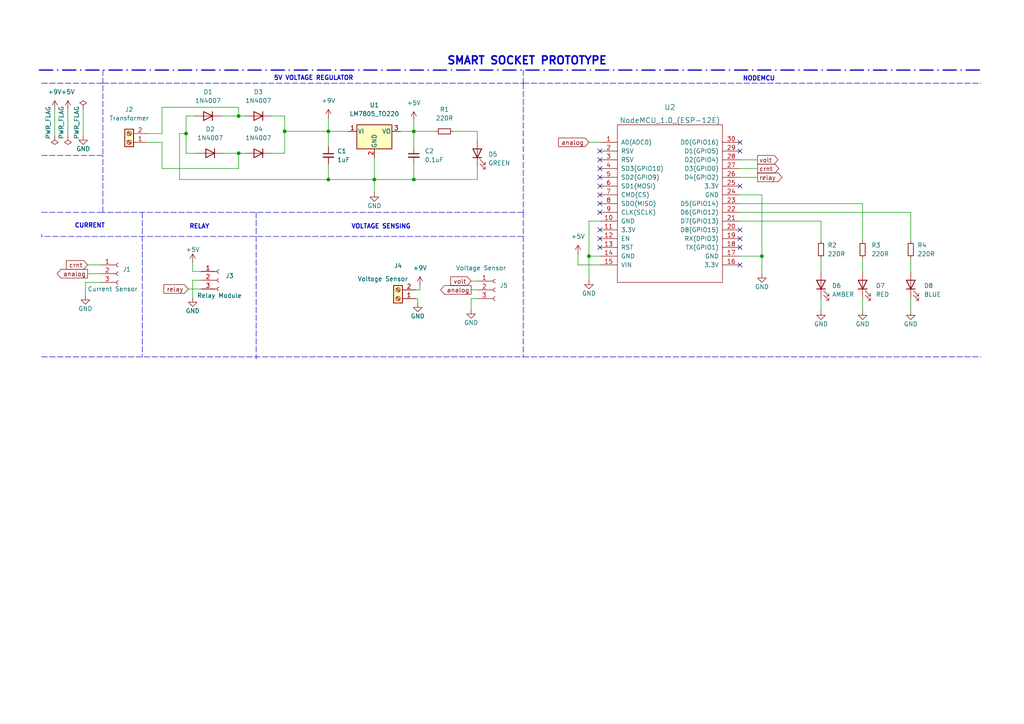
<source format=kicad_sch>
(kicad_sch (version 20211123) (generator eeschema)

  (uuid fdefa8e0-89b1-411f-bd0d-f05e5d7b4998)

  (paper "A4")

  (lib_symbols
    (symbol "Connector:Conn_01x03_Female" (pin_names (offset 1.016) hide) (in_bom yes) (on_board yes)
      (property "Reference" "J" (id 0) (at 0 5.08 0)
        (effects (font (size 1.27 1.27)))
      )
      (property "Value" "Conn_01x03_Female" (id 1) (at 0 -5.08 0)
        (effects (font (size 1.27 1.27)))
      )
      (property "Footprint" "" (id 2) (at 0 0 0)
        (effects (font (size 1.27 1.27)) hide)
      )
      (property "Datasheet" "~" (id 3) (at 0 0 0)
        (effects (font (size 1.27 1.27)) hide)
      )
      (property "ki_keywords" "connector" (id 4) (at 0 0 0)
        (effects (font (size 1.27 1.27)) hide)
      )
      (property "ki_description" "Generic connector, single row, 01x03, script generated (kicad-library-utils/schlib/autogen/connector/)" (id 5) (at 0 0 0)
        (effects (font (size 1.27 1.27)) hide)
      )
      (property "ki_fp_filters" "Connector*:*_1x??_*" (id 6) (at 0 0 0)
        (effects (font (size 1.27 1.27)) hide)
      )
      (symbol "Conn_01x03_Female_1_1"
        (arc (start 0 -2.032) (mid -0.508 -2.54) (end 0 -3.048)
          (stroke (width 0.1524) (type default) (color 0 0 0 0))
          (fill (type none))
        )
        (polyline
          (pts
            (xy -1.27 -2.54)
            (xy -0.508 -2.54)
          )
          (stroke (width 0.1524) (type default) (color 0 0 0 0))
          (fill (type none))
        )
        (polyline
          (pts
            (xy -1.27 0)
            (xy -0.508 0)
          )
          (stroke (width 0.1524) (type default) (color 0 0 0 0))
          (fill (type none))
        )
        (polyline
          (pts
            (xy -1.27 2.54)
            (xy -0.508 2.54)
          )
          (stroke (width 0.1524) (type default) (color 0 0 0 0))
          (fill (type none))
        )
        (arc (start 0 0.508) (mid -0.508 0) (end 0 -0.508)
          (stroke (width 0.1524) (type default) (color 0 0 0 0))
          (fill (type none))
        )
        (arc (start 0 3.048) (mid -0.508 2.54) (end 0 2.032)
          (stroke (width 0.1524) (type default) (color 0 0 0 0))
          (fill (type none))
        )
        (pin passive line (at -5.08 2.54 0) (length 3.81)
          (name "Pin_1" (effects (font (size 1.27 1.27))))
          (number "1" (effects (font (size 1.27 1.27))))
        )
        (pin passive line (at -5.08 0 0) (length 3.81)
          (name "Pin_2" (effects (font (size 1.27 1.27))))
          (number "2" (effects (font (size 1.27 1.27))))
        )
        (pin passive line (at -5.08 -2.54 0) (length 3.81)
          (name "Pin_3" (effects (font (size 1.27 1.27))))
          (number "3" (effects (font (size 1.27 1.27))))
        )
      )
    )
    (symbol "Connector:Screw_Terminal_01x02" (pin_names (offset 1.016) hide) (in_bom yes) (on_board yes)
      (property "Reference" "J" (id 0) (at 0 2.54 0)
        (effects (font (size 1.27 1.27)))
      )
      (property "Value" "Screw_Terminal_01x02" (id 1) (at 0 -5.08 0)
        (effects (font (size 1.27 1.27)))
      )
      (property "Footprint" "" (id 2) (at 0 0 0)
        (effects (font (size 1.27 1.27)) hide)
      )
      (property "Datasheet" "~" (id 3) (at 0 0 0)
        (effects (font (size 1.27 1.27)) hide)
      )
      (property "ki_keywords" "screw terminal" (id 4) (at 0 0 0)
        (effects (font (size 1.27 1.27)) hide)
      )
      (property "ki_description" "Generic screw terminal, single row, 01x02, script generated (kicad-library-utils/schlib/autogen/connector/)" (id 5) (at 0 0 0)
        (effects (font (size 1.27 1.27)) hide)
      )
      (property "ki_fp_filters" "TerminalBlock*:*" (id 6) (at 0 0 0)
        (effects (font (size 1.27 1.27)) hide)
      )
      (symbol "Screw_Terminal_01x02_1_1"
        (rectangle (start -1.27 1.27) (end 1.27 -3.81)
          (stroke (width 0.254) (type default) (color 0 0 0 0))
          (fill (type background))
        )
        (circle (center 0 -2.54) (radius 0.635)
          (stroke (width 0.1524) (type default) (color 0 0 0 0))
          (fill (type none))
        )
        (polyline
          (pts
            (xy -0.5334 -2.2098)
            (xy 0.3302 -3.048)
          )
          (stroke (width 0.1524) (type default) (color 0 0 0 0))
          (fill (type none))
        )
        (polyline
          (pts
            (xy -0.5334 0.3302)
            (xy 0.3302 -0.508)
          )
          (stroke (width 0.1524) (type default) (color 0 0 0 0))
          (fill (type none))
        )
        (polyline
          (pts
            (xy -0.3556 -2.032)
            (xy 0.508 -2.8702)
          )
          (stroke (width 0.1524) (type default) (color 0 0 0 0))
          (fill (type none))
        )
        (polyline
          (pts
            (xy -0.3556 0.508)
            (xy 0.508 -0.3302)
          )
          (stroke (width 0.1524) (type default) (color 0 0 0 0))
          (fill (type none))
        )
        (circle (center 0 0) (radius 0.635)
          (stroke (width 0.1524) (type default) (color 0 0 0 0))
          (fill (type none))
        )
        (pin passive line (at -5.08 0 0) (length 3.81)
          (name "Pin_1" (effects (font (size 1.27 1.27))))
          (number "1" (effects (font (size 1.27 1.27))))
        )
        (pin passive line (at -5.08 -2.54 0) (length 3.81)
          (name "Pin_2" (effects (font (size 1.27 1.27))))
          (number "2" (effects (font (size 1.27 1.27))))
        )
      )
    )
    (symbol "Device:C_Small" (pin_numbers hide) (pin_names (offset 0.254) hide) (in_bom yes) (on_board yes)
      (property "Reference" "C" (id 0) (at 0.254 1.778 0)
        (effects (font (size 1.27 1.27)) (justify left))
      )
      (property "Value" "C_Small" (id 1) (at 0.254 -2.032 0)
        (effects (font (size 1.27 1.27)) (justify left))
      )
      (property "Footprint" "" (id 2) (at 0 0 0)
        (effects (font (size 1.27 1.27)) hide)
      )
      (property "Datasheet" "~" (id 3) (at 0 0 0)
        (effects (font (size 1.27 1.27)) hide)
      )
      (property "ki_keywords" "capacitor cap" (id 4) (at 0 0 0)
        (effects (font (size 1.27 1.27)) hide)
      )
      (property "ki_description" "Unpolarized capacitor, small symbol" (id 5) (at 0 0 0)
        (effects (font (size 1.27 1.27)) hide)
      )
      (property "ki_fp_filters" "C_*" (id 6) (at 0 0 0)
        (effects (font (size 1.27 1.27)) hide)
      )
      (symbol "C_Small_0_1"
        (polyline
          (pts
            (xy -1.524 -0.508)
            (xy 1.524 -0.508)
          )
          (stroke (width 0.3302) (type default) (color 0 0 0 0))
          (fill (type none))
        )
        (polyline
          (pts
            (xy -1.524 0.508)
            (xy 1.524 0.508)
          )
          (stroke (width 0.3048) (type default) (color 0 0 0 0))
          (fill (type none))
        )
      )
      (symbol "C_Small_1_1"
        (pin passive line (at 0 2.54 270) (length 2.032)
          (name "~" (effects (font (size 1.27 1.27))))
          (number "1" (effects (font (size 1.27 1.27))))
        )
        (pin passive line (at 0 -2.54 90) (length 2.032)
          (name "~" (effects (font (size 1.27 1.27))))
          (number "2" (effects (font (size 1.27 1.27))))
        )
      )
    )
    (symbol "Device:LED" (pin_numbers hide) (pin_names (offset 1.016) hide) (in_bom yes) (on_board yes)
      (property "Reference" "D" (id 0) (at 0 2.54 0)
        (effects (font (size 1.27 1.27)))
      )
      (property "Value" "LED" (id 1) (at 0 -2.54 0)
        (effects (font (size 1.27 1.27)))
      )
      (property "Footprint" "" (id 2) (at 0 0 0)
        (effects (font (size 1.27 1.27)) hide)
      )
      (property "Datasheet" "~" (id 3) (at 0 0 0)
        (effects (font (size 1.27 1.27)) hide)
      )
      (property "ki_keywords" "LED diode" (id 4) (at 0 0 0)
        (effects (font (size 1.27 1.27)) hide)
      )
      (property "ki_description" "Light emitting diode" (id 5) (at 0 0 0)
        (effects (font (size 1.27 1.27)) hide)
      )
      (property "ki_fp_filters" "LED* LED_SMD:* LED_THT:*" (id 6) (at 0 0 0)
        (effects (font (size 1.27 1.27)) hide)
      )
      (symbol "LED_0_1"
        (polyline
          (pts
            (xy -1.27 -1.27)
            (xy -1.27 1.27)
          )
          (stroke (width 0.254) (type default) (color 0 0 0 0))
          (fill (type none))
        )
        (polyline
          (pts
            (xy -1.27 0)
            (xy 1.27 0)
          )
          (stroke (width 0) (type default) (color 0 0 0 0))
          (fill (type none))
        )
        (polyline
          (pts
            (xy 1.27 -1.27)
            (xy 1.27 1.27)
            (xy -1.27 0)
            (xy 1.27 -1.27)
          )
          (stroke (width 0.254) (type default) (color 0 0 0 0))
          (fill (type none))
        )
        (polyline
          (pts
            (xy -3.048 -0.762)
            (xy -4.572 -2.286)
            (xy -3.81 -2.286)
            (xy -4.572 -2.286)
            (xy -4.572 -1.524)
          )
          (stroke (width 0) (type default) (color 0 0 0 0))
          (fill (type none))
        )
        (polyline
          (pts
            (xy -1.778 -0.762)
            (xy -3.302 -2.286)
            (xy -2.54 -2.286)
            (xy -3.302 -2.286)
            (xy -3.302 -1.524)
          )
          (stroke (width 0) (type default) (color 0 0 0 0))
          (fill (type none))
        )
      )
      (symbol "LED_1_1"
        (pin passive line (at -3.81 0 0) (length 2.54)
          (name "K" (effects (font (size 1.27 1.27))))
          (number "1" (effects (font (size 1.27 1.27))))
        )
        (pin passive line (at 3.81 0 180) (length 2.54)
          (name "A" (effects (font (size 1.27 1.27))))
          (number "2" (effects (font (size 1.27 1.27))))
        )
      )
    )
    (symbol "Device:R_Small" (pin_numbers hide) (pin_names (offset 0.254) hide) (in_bom yes) (on_board yes)
      (property "Reference" "R" (id 0) (at 0.762 0.508 0)
        (effects (font (size 1.27 1.27)) (justify left))
      )
      (property "Value" "R_Small" (id 1) (at 0.762 -1.016 0)
        (effects (font (size 1.27 1.27)) (justify left))
      )
      (property "Footprint" "" (id 2) (at 0 0 0)
        (effects (font (size 1.27 1.27)) hide)
      )
      (property "Datasheet" "~" (id 3) (at 0 0 0)
        (effects (font (size 1.27 1.27)) hide)
      )
      (property "ki_keywords" "R resistor" (id 4) (at 0 0 0)
        (effects (font (size 1.27 1.27)) hide)
      )
      (property "ki_description" "Resistor, small symbol" (id 5) (at 0 0 0)
        (effects (font (size 1.27 1.27)) hide)
      )
      (property "ki_fp_filters" "R_*" (id 6) (at 0 0 0)
        (effects (font (size 1.27 1.27)) hide)
      )
      (symbol "R_Small_0_1"
        (rectangle (start -0.762 1.778) (end 0.762 -1.778)
          (stroke (width 0.2032) (type default) (color 0 0 0 0))
          (fill (type none))
        )
      )
      (symbol "R_Small_1_1"
        (pin passive line (at 0 2.54 270) (length 0.762)
          (name "~" (effects (font (size 1.27 1.27))))
          (number "1" (effects (font (size 1.27 1.27))))
        )
        (pin passive line (at 0 -2.54 90) (length 0.762)
          (name "~" (effects (font (size 1.27 1.27))))
          (number "2" (effects (font (size 1.27 1.27))))
        )
      )
    )
    (symbol "Diode:1N4007" (pin_numbers hide) (pin_names (offset 1.016) hide) (in_bom yes) (on_board yes)
      (property "Reference" "D" (id 0) (at 0 2.54 0)
        (effects (font (size 1.27 1.27)))
      )
      (property "Value" "1N4007" (id 1) (at 0 -2.54 0)
        (effects (font (size 1.27 1.27)))
      )
      (property "Footprint" "Diode_THT:D_DO-41_SOD81_P10.16mm_Horizontal" (id 2) (at 0 -4.445 0)
        (effects (font (size 1.27 1.27)) hide)
      )
      (property "Datasheet" "http://www.vishay.com/docs/88503/1n4001.pdf" (id 3) (at 0 0 0)
        (effects (font (size 1.27 1.27)) hide)
      )
      (property "ki_keywords" "diode" (id 4) (at 0 0 0)
        (effects (font (size 1.27 1.27)) hide)
      )
      (property "ki_description" "1000V 1A General Purpose Rectifier Diode, DO-41" (id 5) (at 0 0 0)
        (effects (font (size 1.27 1.27)) hide)
      )
      (property "ki_fp_filters" "D*DO?41*" (id 6) (at 0 0 0)
        (effects (font (size 1.27 1.27)) hide)
      )
      (symbol "1N4007_0_1"
        (polyline
          (pts
            (xy -1.27 1.27)
            (xy -1.27 -1.27)
          )
          (stroke (width 0.254) (type default) (color 0 0 0 0))
          (fill (type none))
        )
        (polyline
          (pts
            (xy 1.27 0)
            (xy -1.27 0)
          )
          (stroke (width 0) (type default) (color 0 0 0 0))
          (fill (type none))
        )
        (polyline
          (pts
            (xy 1.27 1.27)
            (xy 1.27 -1.27)
            (xy -1.27 0)
            (xy 1.27 1.27)
          )
          (stroke (width 0.254) (type default) (color 0 0 0 0))
          (fill (type none))
        )
      )
      (symbol "1N4007_1_1"
        (pin passive line (at -3.81 0 0) (length 2.54)
          (name "K" (effects (font (size 1.27 1.27))))
          (number "1" (effects (font (size 1.27 1.27))))
        )
        (pin passive line (at 3.81 0 180) (length 2.54)
          (name "A" (effects (font (size 1.27 1.27))))
          (number "2" (effects (font (size 1.27 1.27))))
        )
      )
    )
    (symbol "ESP:NodeMCU_1.0_(ESP-12E)" (pin_names (offset 1.016)) (in_bom yes) (on_board yes)
      (property "Reference" "U" (id 0) (at 0 21.59 0)
        (effects (font (size 1.524 1.524)))
      )
      (property "Value" "NodeMCU_1.0_(ESP-12E)" (id 1) (at 0 -21.59 0)
        (effects (font (size 1.524 1.524)))
      )
      (property "Footprint" "" (id 2) (at -15.24 -21.59 0)
        (effects (font (size 1.524 1.524)))
      )
      (property "Datasheet" "" (id 3) (at -15.24 -21.59 0)
        (effects (font (size 1.524 1.524)))
      )
      (symbol "NodeMCU_1.0_(ESP-12E)_0_1"
        (rectangle (start -15.24 -22.86) (end 15.24 22.86)
          (stroke (width 0) (type default) (color 0 0 0 0))
          (fill (type none))
        )
      )
      (symbol "NodeMCU_1.0_(ESP-12E)_1_1"
        (pin input line (at -20.32 17.78 0) (length 5.08)
          (name "A0(ADC0)" (effects (font (size 1.27 1.27))))
          (number "1" (effects (font (size 1.27 1.27))))
        )
        (pin input line (at -20.32 -5.08 0) (length 5.08)
          (name "GND" (effects (font (size 1.27 1.27))))
          (number "10" (effects (font (size 1.27 1.27))))
        )
        (pin power_out line (at -20.32 -7.62 0) (length 5.08)
          (name "3.3V" (effects (font (size 1.27 1.27))))
          (number "11" (effects (font (size 1.27 1.27))))
        )
        (pin input line (at -20.32 -10.16 0) (length 5.08)
          (name "EN" (effects (font (size 1.27 1.27))))
          (number "12" (effects (font (size 1.27 1.27))))
        )
        (pin input line (at -20.32 -12.7 0) (length 5.08)
          (name "RST" (effects (font (size 1.27 1.27))))
          (number "13" (effects (font (size 1.27 1.27))))
        )
        (pin power_in line (at -20.32 -15.24 0) (length 5.08)
          (name "GND" (effects (font (size 1.27 1.27))))
          (number "14" (effects (font (size 1.27 1.27))))
        )
        (pin power_in line (at -20.32 -17.78 0) (length 5.08)
          (name "VIN" (effects (font (size 1.27 1.27))))
          (number "15" (effects (font (size 1.27 1.27))))
        )
        (pin power_out line (at 20.32 -17.78 180) (length 5.08)
          (name "3.3V" (effects (font (size 1.27 1.27))))
          (number "16" (effects (font (size 1.27 1.27))))
        )
        (pin power_in line (at 20.32 -15.24 180) (length 5.08)
          (name "GND" (effects (font (size 1.27 1.27))))
          (number "17" (effects (font (size 1.27 1.27))))
        )
        (pin bidirectional line (at 20.32 -12.7 180) (length 5.08)
          (name "TX(GPIO1)" (effects (font (size 1.27 1.27))))
          (number "18" (effects (font (size 1.27 1.27))))
        )
        (pin bidirectional line (at 20.32 -10.16 180) (length 5.08)
          (name "RX(DPIO3)" (effects (font (size 1.27 1.27))))
          (number "19" (effects (font (size 1.27 1.27))))
        )
        (pin input line (at -20.32 15.24 0) (length 5.08)
          (name "RSV" (effects (font (size 1.27 1.27))))
          (number "2" (effects (font (size 1.27 1.27))))
        )
        (pin bidirectional line (at 20.32 -7.62 180) (length 5.08)
          (name "D8(GPIO15)" (effects (font (size 1.27 1.27))))
          (number "20" (effects (font (size 1.27 1.27))))
        )
        (pin bidirectional line (at 20.32 -5.08 180) (length 5.08)
          (name "D7(GPIO13)" (effects (font (size 1.27 1.27))))
          (number "21" (effects (font (size 1.27 1.27))))
        )
        (pin bidirectional line (at 20.32 -2.54 180) (length 5.08)
          (name "D6(GPIO12)" (effects (font (size 1.27 1.27))))
          (number "22" (effects (font (size 1.27 1.27))))
        )
        (pin bidirectional line (at 20.32 0 180) (length 5.08)
          (name "D5(GPIO14)" (effects (font (size 1.27 1.27))))
          (number "23" (effects (font (size 1.27 1.27))))
        )
        (pin power_in line (at 20.32 2.54 180) (length 5.08)
          (name "GND" (effects (font (size 1.27 1.27))))
          (number "24" (effects (font (size 1.27 1.27))))
        )
        (pin power_out line (at 20.32 5.08 180) (length 5.08)
          (name "3.3V" (effects (font (size 1.27 1.27))))
          (number "25" (effects (font (size 1.27 1.27))))
        )
        (pin bidirectional line (at 20.32 7.62 180) (length 5.08)
          (name "D4(GPIO2)" (effects (font (size 1.27 1.27))))
          (number "26" (effects (font (size 1.27 1.27))))
        )
        (pin bidirectional line (at 20.32 10.16 180) (length 5.08)
          (name "D3(GPIO0)" (effects (font (size 1.27 1.27))))
          (number "27" (effects (font (size 1.27 1.27))))
        )
        (pin bidirectional line (at 20.32 12.7 180) (length 5.08)
          (name "D2(GPIO4)" (effects (font (size 1.27 1.27))))
          (number "28" (effects (font (size 1.27 1.27))))
        )
        (pin bidirectional line (at 20.32 15.24 180) (length 5.08)
          (name "D1(GPIO5)" (effects (font (size 1.27 1.27))))
          (number "29" (effects (font (size 1.27 1.27))))
        )
        (pin input line (at -20.32 12.7 0) (length 5.08)
          (name "RSV" (effects (font (size 1.27 1.27))))
          (number "3" (effects (font (size 1.27 1.27))))
        )
        (pin bidirectional line (at 20.32 17.78 180) (length 5.08)
          (name "D0(GPIO16)" (effects (font (size 1.27 1.27))))
          (number "30" (effects (font (size 1.27 1.27))))
        )
        (pin bidirectional line (at -20.32 10.16 0) (length 5.08)
          (name "SD3(GPIO10)" (effects (font (size 1.27 1.27))))
          (number "4" (effects (font (size 1.27 1.27))))
        )
        (pin bidirectional line (at -20.32 7.62 0) (length 5.08)
          (name "SD2(GPIO9)" (effects (font (size 1.27 1.27))))
          (number "5" (effects (font (size 1.27 1.27))))
        )
        (pin bidirectional line (at -20.32 5.08 0) (length 5.08)
          (name "SD1(MOSI)" (effects (font (size 1.27 1.27))))
          (number "6" (effects (font (size 1.27 1.27))))
        )
        (pin bidirectional line (at -20.32 2.54 0) (length 5.08)
          (name "CMD(CS)" (effects (font (size 1.27 1.27))))
          (number "7" (effects (font (size 1.27 1.27))))
        )
        (pin bidirectional line (at -20.32 0 0) (length 5.08)
          (name "SDO(MISO)" (effects (font (size 1.27 1.27))))
          (number "8" (effects (font (size 1.27 1.27))))
        )
        (pin bidirectional line (at -20.32 -2.54 0) (length 5.08)
          (name "CLK(SCLK)" (effects (font (size 1.27 1.27))))
          (number "9" (effects (font (size 1.27 1.27))))
        )
      )
    )
    (symbol "Regulator_Linear:LM7805_TO220" (pin_names (offset 0.254)) (in_bom yes) (on_board yes)
      (property "Reference" "U" (id 0) (at -3.81 3.175 0)
        (effects (font (size 1.27 1.27)))
      )
      (property "Value" "LM7805_TO220" (id 1) (at 0 3.175 0)
        (effects (font (size 1.27 1.27)) (justify left))
      )
      (property "Footprint" "Package_TO_SOT_THT:TO-220-3_Vertical" (id 2) (at 0 5.715 0)
        (effects (font (size 1.27 1.27) italic) hide)
      )
      (property "Datasheet" "https://www.onsemi.cn/PowerSolutions/document/MC7800-D.PDF" (id 3) (at 0 -1.27 0)
        (effects (font (size 1.27 1.27)) hide)
      )
      (property "ki_keywords" "Voltage Regulator 1A Positive" (id 4) (at 0 0 0)
        (effects (font (size 1.27 1.27)) hide)
      )
      (property "ki_description" "Positive 1A 35V Linear Regulator, Fixed Output 5V, TO-220" (id 5) (at 0 0 0)
        (effects (font (size 1.27 1.27)) hide)
      )
      (property "ki_fp_filters" "TO?220*" (id 6) (at 0 0 0)
        (effects (font (size 1.27 1.27)) hide)
      )
      (symbol "LM7805_TO220_0_1"
        (rectangle (start -5.08 1.905) (end 5.08 -5.08)
          (stroke (width 0.254) (type default) (color 0 0 0 0))
          (fill (type background))
        )
      )
      (symbol "LM7805_TO220_1_1"
        (pin power_in line (at -7.62 0 0) (length 2.54)
          (name "VI" (effects (font (size 1.27 1.27))))
          (number "1" (effects (font (size 1.27 1.27))))
        )
        (pin power_in line (at 0 -7.62 90) (length 2.54)
          (name "GND" (effects (font (size 1.27 1.27))))
          (number "2" (effects (font (size 1.27 1.27))))
        )
        (pin power_out line (at 7.62 0 180) (length 2.54)
          (name "VO" (effects (font (size 1.27 1.27))))
          (number "3" (effects (font (size 1.27 1.27))))
        )
      )
    )
    (symbol "power:+5V" (power) (pin_names (offset 0)) (in_bom yes) (on_board yes)
      (property "Reference" "#PWR" (id 0) (at 0 -3.81 0)
        (effects (font (size 1.27 1.27)) hide)
      )
      (property "Value" "+5V" (id 1) (at 0 3.556 0)
        (effects (font (size 1.27 1.27)))
      )
      (property "Footprint" "" (id 2) (at 0 0 0)
        (effects (font (size 1.27 1.27)) hide)
      )
      (property "Datasheet" "" (id 3) (at 0 0 0)
        (effects (font (size 1.27 1.27)) hide)
      )
      (property "ki_keywords" "power-flag" (id 4) (at 0 0 0)
        (effects (font (size 1.27 1.27)) hide)
      )
      (property "ki_description" "Power symbol creates a global label with name \"+5V\"" (id 5) (at 0 0 0)
        (effects (font (size 1.27 1.27)) hide)
      )
      (symbol "+5V_0_1"
        (polyline
          (pts
            (xy -0.762 1.27)
            (xy 0 2.54)
          )
          (stroke (width 0) (type default) (color 0 0 0 0))
          (fill (type none))
        )
        (polyline
          (pts
            (xy 0 0)
            (xy 0 2.54)
          )
          (stroke (width 0) (type default) (color 0 0 0 0))
          (fill (type none))
        )
        (polyline
          (pts
            (xy 0 2.54)
            (xy 0.762 1.27)
          )
          (stroke (width 0) (type default) (color 0 0 0 0))
          (fill (type none))
        )
      )
      (symbol "+5V_1_1"
        (pin power_in line (at 0 0 90) (length 0) hide
          (name "+5V" (effects (font (size 1.27 1.27))))
          (number "1" (effects (font (size 1.27 1.27))))
        )
      )
    )
    (symbol "power:+9V" (power) (pin_names (offset 0)) (in_bom yes) (on_board yes)
      (property "Reference" "#PWR" (id 0) (at 0 -3.81 0)
        (effects (font (size 1.27 1.27)) hide)
      )
      (property "Value" "+9V" (id 1) (at 0 3.556 0)
        (effects (font (size 1.27 1.27)))
      )
      (property "Footprint" "" (id 2) (at 0 0 0)
        (effects (font (size 1.27 1.27)) hide)
      )
      (property "Datasheet" "" (id 3) (at 0 0 0)
        (effects (font (size 1.27 1.27)) hide)
      )
      (property "ki_keywords" "power-flag" (id 4) (at 0 0 0)
        (effects (font (size 1.27 1.27)) hide)
      )
      (property "ki_description" "Power symbol creates a global label with name \"+9V\"" (id 5) (at 0 0 0)
        (effects (font (size 1.27 1.27)) hide)
      )
      (symbol "+9V_0_1"
        (polyline
          (pts
            (xy -0.762 1.27)
            (xy 0 2.54)
          )
          (stroke (width 0) (type default) (color 0 0 0 0))
          (fill (type none))
        )
        (polyline
          (pts
            (xy 0 0)
            (xy 0 2.54)
          )
          (stroke (width 0) (type default) (color 0 0 0 0))
          (fill (type none))
        )
        (polyline
          (pts
            (xy 0 2.54)
            (xy 0.762 1.27)
          )
          (stroke (width 0) (type default) (color 0 0 0 0))
          (fill (type none))
        )
      )
      (symbol "+9V_1_1"
        (pin power_in line (at 0 0 90) (length 0) hide
          (name "+9V" (effects (font (size 1.27 1.27))))
          (number "1" (effects (font (size 1.27 1.27))))
        )
      )
    )
    (symbol "power:GND" (power) (pin_names (offset 0)) (in_bom yes) (on_board yes)
      (property "Reference" "#PWR" (id 0) (at 0 -6.35 0)
        (effects (font (size 1.27 1.27)) hide)
      )
      (property "Value" "GND" (id 1) (at 0 -3.81 0)
        (effects (font (size 1.27 1.27)))
      )
      (property "Footprint" "" (id 2) (at 0 0 0)
        (effects (font (size 1.27 1.27)) hide)
      )
      (property "Datasheet" "" (id 3) (at 0 0 0)
        (effects (font (size 1.27 1.27)) hide)
      )
      (property "ki_keywords" "power-flag" (id 4) (at 0 0 0)
        (effects (font (size 1.27 1.27)) hide)
      )
      (property "ki_description" "Power symbol creates a global label with name \"GND\" , ground" (id 5) (at 0 0 0)
        (effects (font (size 1.27 1.27)) hide)
      )
      (symbol "GND_0_1"
        (polyline
          (pts
            (xy 0 0)
            (xy 0 -1.27)
            (xy 1.27 -1.27)
            (xy 0 -2.54)
            (xy -1.27 -1.27)
            (xy 0 -1.27)
          )
          (stroke (width 0) (type default) (color 0 0 0 0))
          (fill (type none))
        )
      )
      (symbol "GND_1_1"
        (pin power_in line (at 0 0 270) (length 0) hide
          (name "GND" (effects (font (size 1.27 1.27))))
          (number "1" (effects (font (size 1.27 1.27))))
        )
      )
    )
    (symbol "power:PWR_FLAG" (power) (pin_numbers hide) (pin_names (offset 0) hide) (in_bom yes) (on_board yes)
      (property "Reference" "#FLG" (id 0) (at 0 1.905 0)
        (effects (font (size 1.27 1.27)) hide)
      )
      (property "Value" "PWR_FLAG" (id 1) (at 0 3.81 0)
        (effects (font (size 1.27 1.27)))
      )
      (property "Footprint" "" (id 2) (at 0 0 0)
        (effects (font (size 1.27 1.27)) hide)
      )
      (property "Datasheet" "~" (id 3) (at 0 0 0)
        (effects (font (size 1.27 1.27)) hide)
      )
      (property "ki_keywords" "power-flag" (id 4) (at 0 0 0)
        (effects (font (size 1.27 1.27)) hide)
      )
      (property "ki_description" "Special symbol for telling ERC where power comes from" (id 5) (at 0 0 0)
        (effects (font (size 1.27 1.27)) hide)
      )
      (symbol "PWR_FLAG_0_0"
        (pin power_out line (at 0 0 90) (length 0)
          (name "pwr" (effects (font (size 1.27 1.27))))
          (number "1" (effects (font (size 1.27 1.27))))
        )
      )
      (symbol "PWR_FLAG_0_1"
        (polyline
          (pts
            (xy 0 0)
            (xy 0 1.27)
            (xy -1.016 1.905)
            (xy 0 2.54)
            (xy 1.016 1.905)
            (xy 0 1.27)
          )
          (stroke (width 0) (type default) (color 0 0 0 0))
          (fill (type none))
        )
      )
    )
  )

  (junction (at 108.585 52.07) (diameter 0) (color 0 0 0 0)
    (uuid 2d1575a9-c073-4361-a67c-c7decb06c517)
  )
  (junction (at 120.015 52.07) (diameter 0) (color 0 0 0 0)
    (uuid 3a826737-01d0-45d4-b896-12b0e52fc218)
  )
  (junction (at 53.975 38.735) (diameter 0) (color 0 0 0 0)
    (uuid 52a9713a-78be-4ce4-aa45-55dace2f0c18)
  )
  (junction (at 95.25 38.1) (diameter 0) (color 0 0 0 0)
    (uuid 5ddb37fc-93f2-46b8-808c-b766cfb22539)
  )
  (junction (at 170.815 74.295) (diameter 0) (color 0 0 0 0)
    (uuid 89e09746-6343-4925-b846-0ec79f746448)
  )
  (junction (at 69.215 33.655) (diameter 0) (color 0 0 0 0)
    (uuid 94618ddb-fc09-4fe0-af0b-50bf9b8d9920)
  )
  (junction (at 82.55 38.1) (diameter 0) (color 0 0 0 0)
    (uuid 9d8861ac-91a2-4bf6-b1f3-f9fabdd6cc7f)
  )
  (junction (at 69.215 44.45) (diameter 0) (color 0 0 0 0)
    (uuid 9e0c9e3e-132e-492c-9170-155221b518b6)
  )
  (junction (at 95.25 52.07) (diameter 0) (color 0 0 0 0)
    (uuid a09c770a-ecf4-4ca5-969d-aa76cb6890d6)
  )
  (junction (at 220.98 74.295) (diameter 0) (color 0 0 0 0)
    (uuid c2d24f52-8749-4023-b732-86a4141a0ff8)
  )
  (junction (at 120.015 38.1) (diameter 0) (color 0 0 0 0)
    (uuid db52d5b9-30b1-4439-9aae-ea5b5388ad40)
  )

  (no_connect (at 173.99 66.675) (uuid 1e4378f2-8c0e-4c67-a7e5-c770489d38a5))
  (no_connect (at 173.99 61.595) (uuid 3af73f04-cb3b-4125-ab50-bff56c56e19c))
  (no_connect (at 173.99 71.755) (uuid 3db81272-53b4-457e-9abb-a8c5c9b983fb))
  (no_connect (at 173.99 51.435) (uuid 6b53d03f-f70c-4058-99c9-213be9955472))
  (no_connect (at 173.99 56.515) (uuid 7ee7387f-d9bd-4a91-ad03-e0937b2d5ef9))
  (no_connect (at 173.99 46.355) (uuid 7f748212-951f-4ba3-8f99-811e2c894d55))
  (no_connect (at 214.63 53.975) (uuid 99f41fcb-1db7-4234-a18e-5586b9f5ebb5))
  (no_connect (at 214.63 76.835) (uuid 99f41fcb-1db7-4234-a18e-5586b9f5ebb5))
  (no_connect (at 173.99 69.215) (uuid 9f09cfe7-478b-45e0-8e9e-91af99f31c1b))
  (no_connect (at 214.63 41.275) (uuid a64c7956-ab2b-4eee-8a3b-22b433604c33))
  (no_connect (at 214.63 43.815) (uuid a64c7956-ab2b-4eee-8a3b-22b433604c33))
  (no_connect (at 214.63 66.675) (uuid a64c7956-ab2b-4eee-8a3b-22b433604c33))
  (no_connect (at 214.63 69.215) (uuid a64c7956-ab2b-4eee-8a3b-22b433604c33))
  (no_connect (at 214.63 71.755) (uuid a64c7956-ab2b-4eee-8a3b-22b433604c33))
  (no_connect (at 173.99 53.975) (uuid d6809625-efa2-4a04-863c-259cbb4145a5))
  (no_connect (at 173.99 59.055) (uuid e5e1ddd5-524e-4d8a-895a-073c1567ce25))
  (no_connect (at 173.99 43.815) (uuid f85100eb-7a83-42df-8385-987f9c029803))
  (no_connect (at 173.99 48.895) (uuid f9962f2f-fbea-420e-be9c-e1d40d9ae8a8))

  (wire (pts (xy 121.793 84.074) (xy 121.793 82.804))
    (stroke (width 0) (type default) (color 0 0 0 0))
    (uuid 00acb73d-875c-4f80-923f-bd541644fa8d)
  )
  (wire (pts (xy 64.135 33.655) (xy 69.215 33.655))
    (stroke (width 0) (type default) (color 0 0 0 0))
    (uuid 03901856-cb3e-4b84-8e30-33e1d2a3efd0)
  )
  (wire (pts (xy 264.16 74.93) (xy 264.16 78.74))
    (stroke (width 0) (type default) (color 0 0 0 0))
    (uuid 05fb0d11-0765-46aa-9f1f-eac2f1c81f79)
  )
  (wire (pts (xy 120.015 34.925) (xy 120.015 38.1))
    (stroke (width 0) (type default) (color 0 0 0 0))
    (uuid 09e4f6ab-9576-42fb-badb-fdc79d3b8725)
  )
  (wire (pts (xy 264.16 86.36) (xy 264.16 90.17))
    (stroke (width 0) (type default) (color 0 0 0 0))
    (uuid 0bd914a0-8ec8-402f-b5a4-c4d9360860c5)
  )
  (wire (pts (xy 69.215 31.115) (xy 69.215 33.655))
    (stroke (width 0) (type default) (color 0 0 0 0))
    (uuid 0cfe28ec-efe4-4401-8907-5d657fe99fc0)
  )
  (wire (pts (xy 69.215 44.45) (xy 71.12 44.45))
    (stroke (width 0) (type default) (color 0 0 0 0))
    (uuid 0fdf0495-31dc-4238-aed5-03b118dc682e)
  )
  (wire (pts (xy 52.07 52.07) (xy 95.25 52.07))
    (stroke (width 0) (type default) (color 0 0 0 0))
    (uuid 11f5505a-ed04-4cb4-9f20-994bf87deb5a)
  )
  (wire (pts (xy 52.07 38.735) (xy 52.07 52.07))
    (stroke (width 0) (type default) (color 0 0 0 0))
    (uuid 12c1a31f-2c04-4be4-903c-19d74b421473)
  )
  (polyline (pts (xy 12.065 45.085) (xy 29.845 45.085))
    (stroke (width 0) (type default) (color 0 0 0 0))
    (uuid 19196efc-b207-4261-85ae-f417754525be)
  )

  (wire (pts (xy 25.4 76.835) (xy 29.21 76.835))
    (stroke (width 0) (type default) (color 0 0 0 0))
    (uuid 1b07cc5f-da6f-4acc-877a-e4ccfe839d23)
  )
  (wire (pts (xy 108.585 52.07) (xy 108.585 55.88))
    (stroke (width 0) (type default) (color 0 0 0 0))
    (uuid 211b97be-cbcc-433e-9601-3c79bca1ee63)
  )
  (wire (pts (xy 214.63 61.595) (xy 264.16 61.595))
    (stroke (width 0) (type default) (color 0 0 0 0))
    (uuid 227d9383-4f91-428b-ba94-67b76607cc87)
  )
  (wire (pts (xy 120.015 52.07) (xy 120.015 47.625))
    (stroke (width 0) (type default) (color 0 0 0 0))
    (uuid 231daee0-5ac1-463f-a739-9119075d36f4)
  )
  (wire (pts (xy 53.975 33.655) (xy 53.975 38.735))
    (stroke (width 0) (type default) (color 0 0 0 0))
    (uuid 24c8de10-f3b6-4770-a14d-d72426b0efb9)
  )
  (wire (pts (xy 264.16 61.595) (xy 264.16 69.85))
    (stroke (width 0) (type default) (color 0 0 0 0))
    (uuid 25f7ba61-bcf2-445f-88b2-794e686afe3b)
  )
  (wire (pts (xy 46.99 38.735) (xy 46.99 31.115))
    (stroke (width 0) (type default) (color 0 0 0 0))
    (uuid 28fb4e05-3e69-4b39-b37a-1c201b5ef843)
  )
  (wire (pts (xy 170.815 64.135) (xy 170.815 74.295))
    (stroke (width 0) (type default) (color 0 0 0 0))
    (uuid 2a18515b-4a6c-4f74-8a95-eb2e8dd84616)
  )
  (wire (pts (xy 82.55 38.1) (xy 82.55 44.45))
    (stroke (width 0) (type default) (color 0 0 0 0))
    (uuid 2a5ebc2b-81ff-405f-8e7a-ff4c711f4d34)
  )
  (wire (pts (xy 220.98 74.295) (xy 220.98 79.375))
    (stroke (width 0) (type default) (color 0 0 0 0))
    (uuid 2e3e5bb4-e6b6-4db5-8fcf-0f78b6371ce7)
  )
  (wire (pts (xy 138.43 52.07) (xy 120.015 52.07))
    (stroke (width 0) (type default) (color 0 0 0 0))
    (uuid 2f0a5c21-7d41-4397-bbef-dfe45723f38c)
  )
  (wire (pts (xy 136.652 84.074) (xy 138.557 84.074))
    (stroke (width 0) (type default) (color 0 0 0 0))
    (uuid 3553b7a8-313a-41fe-a1aa-69348ffcf6b1)
  )
  (wire (pts (xy 238.125 86.36) (xy 238.125 90.17))
    (stroke (width 0) (type default) (color 0 0 0 0))
    (uuid 36985a48-2f98-42c5-9c9b-79af49368950)
  )
  (wire (pts (xy 170.815 74.295) (xy 170.815 81.28))
    (stroke (width 0) (type default) (color 0 0 0 0))
    (uuid 36a741f9-7bfd-44f4-8ce5-a2aefc0bbd00)
  )
  (wire (pts (xy 53.975 33.655) (xy 56.515 33.655))
    (stroke (width 0) (type default) (color 0 0 0 0))
    (uuid 39b09a69-80aa-4340-b1ec-a752aa3dcdcc)
  )
  (polyline (pts (xy 29.845 24.765) (xy 29.845 45.085))
    (stroke (width 0) (type default) (color 0 0 0 0))
    (uuid 3a6d1bef-a81a-4aed-9a73-1f66746b25d3)
  )

  (wire (pts (xy 138.43 48.26) (xy 138.43 52.07))
    (stroke (width 0) (type default) (color 0 0 0 0))
    (uuid 3aec525e-da8d-4ca9-b9a7-15b13876b0aa)
  )
  (wire (pts (xy 95.25 34.29) (xy 95.25 38.1))
    (stroke (width 0) (type default) (color 0 0 0 0))
    (uuid 3b0fe20c-5db4-4508-99af-8fe0a94a081b)
  )
  (polyline (pts (xy 12.065 61.595) (xy 29.845 61.595))
    (stroke (width 0) (type default) (color 0 0 0 0))
    (uuid 3d5d4c92-e009-43ab-a1de-c2e4d3cad5db)
  )
  (polyline (pts (xy 151.765 24.13) (xy 151.765 61.595))
    (stroke (width 0) (type default) (color 0 0 0 0))
    (uuid 413b5df0-393d-4afa-8420-1479d08f8067)
  )
  (polyline (pts (xy 29.845 20.32) (xy 29.845 24.13))
    (stroke (width 0) (type default) (color 0 0 0 0))
    (uuid 41c6d426-226a-43f5-96b5-3f18dd745821)
  )
  (polyline (pts (xy 11.43 20.32) (xy 284.48 20.32))
    (stroke (width 0.35) (type dash_dot) (color 0 0 0 0))
    (uuid 46eccefe-1122-4dff-951e-0f898439a1ba)
  )

  (wire (pts (xy 120.523 84.074) (xy 121.793 84.074))
    (stroke (width 0) (type default) (color 0 0 0 0))
    (uuid 498e0d95-2e97-4054-a190-e19cf39d5608)
  )
  (wire (pts (xy 108.585 52.07) (xy 108.585 45.72))
    (stroke (width 0) (type default) (color 0 0 0 0))
    (uuid 49da1484-c72b-444b-9518-170dfafef79e)
  )
  (wire (pts (xy 54.61 83.82) (xy 58.42 83.82))
    (stroke (width 0) (type default) (color 0 0 0 0))
    (uuid 4aeb0f11-ca6d-4269-a1f5-d0f26516f927)
  )
  (wire (pts (xy 55.88 81.28) (xy 55.88 86.36))
    (stroke (width 0) (type default) (color 0 0 0 0))
    (uuid 4ce833fa-dd24-4edd-8498-6cc1e48583e0)
  )
  (wire (pts (xy 95.25 38.1) (xy 100.965 38.1))
    (stroke (width 0) (type default) (color 0 0 0 0))
    (uuid 4fbb3093-87cf-405f-be14-16d3ecee2f66)
  )
  (wire (pts (xy 42.545 38.735) (xy 46.99 38.735))
    (stroke (width 0) (type default) (color 0 0 0 0))
    (uuid 51bfd80f-4024-4d8b-98eb-7976f824f27b)
  )
  (wire (pts (xy 121.158 86.614) (xy 121.158 87.884))
    (stroke (width 0) (type default) (color 0 0 0 0))
    (uuid 52db20ee-6428-4162-b25b-a8a0ef816bd2)
  )
  (polyline (pts (xy 151.765 61.595) (xy 151.765 103.505))
    (stroke (width 0) (type default) (color 0 0 0 0))
    (uuid 55a753be-57c4-4a5b-88a2-1055f3668e4d)
  )

  (wire (pts (xy 120.523 86.614) (xy 121.158 86.614))
    (stroke (width 0) (type default) (color 0 0 0 0))
    (uuid 56aedb7f-49eb-4da0-8279-764c37d01c34)
  )
  (wire (pts (xy 170.815 74.295) (xy 173.99 74.295))
    (stroke (width 0) (type default) (color 0 0 0 0))
    (uuid 5baa4307-e79b-4c22-b7a6-eac3a012adee)
  )
  (wire (pts (xy 214.63 48.895) (xy 219.71 48.895))
    (stroke (width 0) (type default) (color 0 0 0 0))
    (uuid 5e17f27f-5b9b-47a8-bd0e-9c116d052d48)
  )
  (polyline (pts (xy 151.765 68.58) (xy 12.065 68.58))
    (stroke (width 0) (type default) (color 0 0 0 0))
    (uuid 60d2e929-14fe-42aa-9b1a-bdec3665c34d)
  )

  (wire (pts (xy 25.4 79.375) (xy 29.21 79.375))
    (stroke (width 0) (type default) (color 0 0 0 0))
    (uuid 6147300c-be1c-44c2-8793-3927a8e785aa)
  )
  (wire (pts (xy 214.63 64.135) (xy 238.125 64.135))
    (stroke (width 0) (type default) (color 0 0 0 0))
    (uuid 61d0c863-b2a7-4be8-9246-8957d65d09e2)
  )
  (wire (pts (xy 46.99 31.115) (xy 69.215 31.115))
    (stroke (width 0) (type default) (color 0 0 0 0))
    (uuid 636fb313-b6ae-4e24-ac3d-2fa4794a9b85)
  )
  (wire (pts (xy 46.99 48.895) (xy 69.215 48.895))
    (stroke (width 0) (type default) (color 0 0 0 0))
    (uuid 6519b753-a571-43cf-90ef-2d12d0ea5c2e)
  )
  (wire (pts (xy 95.25 52.07) (xy 108.585 52.07))
    (stroke (width 0) (type default) (color 0 0 0 0))
    (uuid 682b4137-7a5d-4564-922b-bfcd3a6f0ab0)
  )
  (wire (pts (xy 69.215 48.895) (xy 69.215 44.45))
    (stroke (width 0) (type default) (color 0 0 0 0))
    (uuid 6a0eb774-8687-48d7-95e2-aa5be3c4dff0)
  )
  (wire (pts (xy 136.652 81.534) (xy 138.557 81.534))
    (stroke (width 0) (type default) (color 0 0 0 0))
    (uuid 6c577c69-9f4a-4877-991b-c458fbb96bce)
  )
  (wire (pts (xy 214.63 56.515) (xy 220.98 56.515))
    (stroke (width 0) (type default) (color 0 0 0 0))
    (uuid 70fed83a-428d-45a1-ab75-e0e89a8dd8bb)
  )
  (polyline (pts (xy 151.765 24.13) (xy 284.48 24.13))
    (stroke (width 0) (type default) (color 0 0 0 0))
    (uuid 718a7332-f2cc-4c56-b36d-afefcc936626)
  )

  (wire (pts (xy 24.765 81.915) (xy 24.765 85.725))
    (stroke (width 0) (type default) (color 0 0 0 0))
    (uuid 728c66be-0f57-4fcd-b7ce-764d83ce530b)
  )
  (polyline (pts (xy 151.765 20.32) (xy 151.765 24.13))
    (stroke (width 0) (type default) (color 0 0 0 0))
    (uuid 74d47a2a-49d9-49d5-a1f1-9691d1ee0514)
  )

  (wire (pts (xy 64.77 44.45) (xy 69.215 44.45))
    (stroke (width 0) (type default) (color 0 0 0 0))
    (uuid 758ade3a-371d-403e-9751-99754bc375e0)
  )
  (wire (pts (xy 131.445 38.1) (xy 138.43 38.1))
    (stroke (width 0) (type default) (color 0 0 0 0))
    (uuid 7aa23b62-1462-419d-8d17-ac642726ebb0)
  )
  (wire (pts (xy 24.765 81.915) (xy 29.21 81.915))
    (stroke (width 0) (type default) (color 0 0 0 0))
    (uuid 7d388854-8fd6-428d-b2ba-959f5acf5c75)
  )
  (wire (pts (xy 250.19 59.055) (xy 250.19 69.85))
    (stroke (width 0) (type default) (color 0 0 0 0))
    (uuid 7e4a09ab-10ae-49d9-86c5-882a24fbe272)
  )
  (wire (pts (xy 120.015 38.1) (xy 126.365 38.1))
    (stroke (width 0) (type default) (color 0 0 0 0))
    (uuid 800cf239-d4bb-46d3-9ebb-778b42254998)
  )
  (wire (pts (xy 173.99 64.135) (xy 170.815 64.135))
    (stroke (width 0) (type default) (color 0 0 0 0))
    (uuid 818c7f1e-d689-4735-be92-a1671c2a7607)
  )
  (wire (pts (xy 120.015 38.1) (xy 120.015 42.545))
    (stroke (width 0) (type default) (color 0 0 0 0))
    (uuid 81d96655-6f6d-4b5b-b1ae-deff1458e6db)
  )
  (wire (pts (xy 95.25 47.625) (xy 95.25 52.07))
    (stroke (width 0) (type default) (color 0 0 0 0))
    (uuid 8339a0ff-3eee-4b0b-948e-dfcf3e70f79c)
  )
  (wire (pts (xy 214.63 46.355) (xy 219.71 46.355))
    (stroke (width 0) (type default) (color 0 0 0 0))
    (uuid 8403915b-e14d-4a61-969a-e6f0966d9ff9)
  )
  (wire (pts (xy 15.875 31.75) (xy 15.875 39.37))
    (stroke (width 0) (type default) (color 0 0 0 0))
    (uuid 86355804-6f10-4760-b31f-9556ba928b3b)
  )
  (wire (pts (xy 55.88 76.2) (xy 55.88 78.74))
    (stroke (width 0) (type default) (color 0 0 0 0))
    (uuid 88617288-e854-4541-ae65-b64db9834ae7)
  )
  (wire (pts (xy 82.55 38.1) (xy 95.25 38.1))
    (stroke (width 0) (type default) (color 0 0 0 0))
    (uuid 8e1d318f-01d5-4f87-9dce-2992cb58307e)
  )
  (wire (pts (xy 250.19 86.36) (xy 250.19 90.17))
    (stroke (width 0) (type default) (color 0 0 0 0))
    (uuid 8f32a922-09fa-4cff-a6d8-ae1ffbb91284)
  )
  (wire (pts (xy 167.64 76.835) (xy 173.99 76.835))
    (stroke (width 0) (type default) (color 0 0 0 0))
    (uuid 91be334e-c0d8-4c3d-a617-91d07e13531d)
  )
  (wire (pts (xy 82.55 44.45) (xy 78.74 44.45))
    (stroke (width 0) (type default) (color 0 0 0 0))
    (uuid 9502492d-57c5-4e11-9cf8-4cfca129323b)
  )
  (polyline (pts (xy 74.295 61.595) (xy 74.295 104.14))
    (stroke (width 0) (type default) (color 0 0 0 0))
    (uuid 9652c57f-ec95-4e4f-b69b-525bc3ae9f8e)
  )

  (wire (pts (xy 55.88 78.74) (xy 58.42 78.74))
    (stroke (width 0) (type default) (color 0 0 0 0))
    (uuid 98d0ea96-081a-4e45-afec-70327ed4868b)
  )
  (polyline (pts (xy 151.765 103.505) (xy 284.48 103.505))
    (stroke (width 0) (type default) (color 0 0 0 0))
    (uuid 9dd4f4ef-910b-4e1d-b108-0c7d06dd62da)
  )

  (wire (pts (xy 220.98 56.515) (xy 220.98 74.295))
    (stroke (width 0) (type default) (color 0 0 0 0))
    (uuid a5477003-12e7-48a6-afc4-5cb292114356)
  )
  (wire (pts (xy 95.25 38.1) (xy 95.25 42.545))
    (stroke (width 0) (type default) (color 0 0 0 0))
    (uuid a66a8a2f-4d56-4f3c-a86a-7ab4c8966383)
  )
  (wire (pts (xy 214.63 51.435) (xy 219.71 51.435))
    (stroke (width 0) (type default) (color 0 0 0 0))
    (uuid a758be20-d585-498a-8278-0b93288e385c)
  )
  (wire (pts (xy 108.585 52.07) (xy 120.015 52.07))
    (stroke (width 0) (type default) (color 0 0 0 0))
    (uuid a77361be-2172-4d41-a315-9f13e569d9d2)
  )
  (polyline (pts (xy 41.275 61.595) (xy 41.275 103.505))
    (stroke (width 0) (type default) (color 0 0 0 0))
    (uuid ab5a8548-88cd-47df-b507-b73d16ad4bc0)
  )

  (wire (pts (xy 53.975 38.735) (xy 52.07 38.735))
    (stroke (width 0) (type default) (color 0 0 0 0))
    (uuid ac0cb900-ba95-4746-a0ab-b44ec4597c65)
  )
  (wire (pts (xy 19.685 31.75) (xy 19.685 39.37))
    (stroke (width 0) (type default) (color 0 0 0 0))
    (uuid acd0b22b-d00a-4442-a260-ba1323624c8b)
  )
  (wire (pts (xy 167.64 73.66) (xy 167.64 76.835))
    (stroke (width 0) (type default) (color 0 0 0 0))
    (uuid b55996f0-0677-4a75-8cb0-032576a1bece)
  )
  (wire (pts (xy 116.205 38.1) (xy 120.015 38.1))
    (stroke (width 0) (type default) (color 0 0 0 0))
    (uuid b5ba5dff-bf52-498b-a954-d85fc4e3e49f)
  )
  (wire (pts (xy 82.55 33.655) (xy 82.55 38.1))
    (stroke (width 0) (type default) (color 0 0 0 0))
    (uuid bb3e11ad-a7a1-41a0-b63f-05ad3cdb4016)
  )
  (polyline (pts (xy 29.845 24.13) (xy 151.765 24.13))
    (stroke (width 0) (type default) (color 0 0 0 0))
    (uuid bb99a8f5-4d94-4d0b-98f5-7b6dd76c9efe)
  )
  (polyline (pts (xy 29.845 61.595) (xy 29.845 45.085))
    (stroke (width 0) (type default) (color 0 0 0 0))
    (uuid c11148ee-5afc-40b8-8cfc-da596708d019)
  )

  (wire (pts (xy 214.63 59.055) (xy 250.19 59.055))
    (stroke (width 0) (type default) (color 0 0 0 0))
    (uuid c41260f2-9ab7-4bcd-8f41-377bb60e1101)
  )
  (wire (pts (xy 53.975 38.735) (xy 53.975 44.45))
    (stroke (width 0) (type default) (color 0 0 0 0))
    (uuid ca0e2fc2-91bb-47e8-92a2-37114b448f7e)
  )
  (wire (pts (xy 136.652 86.614) (xy 138.557 86.614))
    (stroke (width 0) (type default) (color 0 0 0 0))
    (uuid ca1d06d9-c4e2-4a3a-9590-e447a0983bf9)
  )
  (wire (pts (xy 55.88 81.28) (xy 58.42 81.28))
    (stroke (width 0) (type default) (color 0 0 0 0))
    (uuid cbefa817-bf68-4e1b-aa92-f6de7f48ac85)
  )
  (wire (pts (xy 238.125 74.93) (xy 238.125 78.74))
    (stroke (width 0) (type default) (color 0 0 0 0))
    (uuid ce229334-37a1-4044-a169-2de44d822196)
  )
  (wire (pts (xy 214.63 74.295) (xy 220.98 74.295))
    (stroke (width 0) (type default) (color 0 0 0 0))
    (uuid cf17e1ff-99f8-4c02-a7b3-81da3db064f4)
  )
  (polyline (pts (xy 151.765 61.595) (xy 29.845 61.595))
    (stroke (width 0) (type default) (color 0 0 0 0))
    (uuid d1f97a91-10d2-46a3-9e95-58e00ec702fd)
  )

  (wire (pts (xy 69.215 33.655) (xy 71.12 33.655))
    (stroke (width 0) (type default) (color 0 0 0 0))
    (uuid d4498177-e2c1-41ef-b491-c0a102bb0cb4)
  )
  (wire (pts (xy 136.652 86.614) (xy 136.652 89.789))
    (stroke (width 0) (type default) (color 0 0 0 0))
    (uuid d500acaa-438c-434e-af6e-f72fbe5056e1)
  )
  (wire (pts (xy 238.125 64.135) (xy 238.125 69.85))
    (stroke (width 0) (type default) (color 0 0 0 0))
    (uuid d7c0a00a-93b3-4339-9eda-bd98dbeb1842)
  )
  (wire (pts (xy 46.99 41.275) (xy 46.99 48.895))
    (stroke (width 0) (type default) (color 0 0 0 0))
    (uuid d9e1d7bc-e819-4a13-9f20-b0cf592a51cb)
  )
  (polyline (pts (xy 12.065 103.505) (xy 151.765 103.505))
    (stroke (width 0) (type default) (color 0 0 0 0))
    (uuid dc722dfa-ab44-47c4-9cc0-015d973e9b17)
  )
  (polyline (pts (xy 12.065 67.945) (xy 12.065 68.58))
    (stroke (width 0) (type default) (color 0 0 0 0))
    (uuid dd6e3078-8bf5-4b97-af4a-52e68555e3a7)
  )

  (wire (pts (xy 138.43 38.1) (xy 138.43 40.64))
    (stroke (width 0) (type default) (color 0 0 0 0))
    (uuid e660ce67-eb6c-466c-8afd-4be0c67e2a07)
  )
  (polyline (pts (xy 12.065 24.13) (xy 29.845 24.13))
    (stroke (width 0) (type default) (color 0 0 0 0))
    (uuid ef4af59a-2d68-44a1-8675-ba4efbb50495)
  )

  (wire (pts (xy 170.815 41.275) (xy 173.99 41.275))
    (stroke (width 0) (type default) (color 0 0 0 0))
    (uuid f113a5c5-ff02-4a17-bbdd-cd41e318cea2)
  )
  (wire (pts (xy 53.975 44.45) (xy 57.15 44.45))
    (stroke (width 0) (type default) (color 0 0 0 0))
    (uuid f2a02439-9db1-4bb5-b651-67b271ebca34)
  )
  (wire (pts (xy 42.545 41.275) (xy 46.99 41.275))
    (stroke (width 0) (type default) (color 0 0 0 0))
    (uuid f41d816d-001f-4652-b117-ed7041c465e2)
  )
  (wire (pts (xy 24.13 31.75) (xy 24.13 39.37))
    (stroke (width 0) (type default) (color 0 0 0 0))
    (uuid f5860b8e-ff12-4c50-b589-3058cd50634a)
  )
  (wire (pts (xy 78.74 33.655) (xy 82.55 33.655))
    (stroke (width 0) (type default) (color 0 0 0 0))
    (uuid fe3411d1-afc1-4fd2-94d6-0446d2b5141c)
  )
  (wire (pts (xy 250.19 74.93) (xy 250.19 78.74))
    (stroke (width 0) (type default) (color 0 0 0 0))
    (uuid ffe4e4e3-b391-43e8-9908-46f244ef44c2)
  )

  (text "CURRENT" (at 21.59 66.294 0)
    (effects (font (size 1.27 1.27) bold) (justify left bottom))
    (uuid 3f2ad2c0-6d66-4ac6-b199-302fe2c655a0)
  )
  (text "5V VOLTAGE REGULATOR" (at 79.375 23.495 0)
    (effects (font (size 1.27 1.27) bold) (justify left bottom))
    (uuid 4a55c71e-56d1-4533-8091-76cb3182fcb9)
  )
  (text "SMART SOCKET PROTOTYPE" (at 129.54 19.05 0)
    (effects (font (size 2.27 2.27) (thickness 0.454) bold) (justify left bottom))
    (uuid 521f32c2-f80d-42a5-8d15-da3791c7216a)
  )
  (text "RELAY" (at 54.864 66.548 0)
    (effects (font (size 1.27 1.27) bold) (justify left bottom))
    (uuid ad1a6676-3a3d-4e9d-99a0-f78ed5aebd82)
  )
  (text "NODEMCU" (at 215.392 23.622 0)
    (effects (font (size 1.27 1.27) bold) (justify left bottom))
    (uuid b5c5788e-0159-4bfc-947b-a4f2869606e1)
  )
  (text "VOLTAGE SENSING" (at 101.854 66.548 0)
    (effects (font (size 1.27 1.27) bold) (justify left bottom))
    (uuid fcbd3cb7-b30c-47cb-b29d-02c33c2a5c98)
  )

  (global_label "analog" (shape input) (at 170.815 41.275 180) (fields_autoplaced)
    (effects (font (size 1.27 1.27)) (justify right))
    (uuid 03bfc642-86c5-4ace-be3e-0ccafd05e75d)
    (property "Intersheet References" "${INTERSHEET_REFS}" (id 0) (at 161.9914 41.1956 0)
      (effects (font (size 1.27 1.27)) (justify right) hide)
    )
  )
  (global_label "relay" (shape input) (at 54.61 83.82 180) (fields_autoplaced)
    (effects (font (size 1.27 1.27)) (justify right))
    (uuid 3524fc1a-6399-4556-9a97-0d2f5523de44)
    (property "Intersheet References" "${INTERSHEET_REFS}" (id 0) (at 47.5402 83.8994 0)
      (effects (font (size 1.27 1.27)) (justify right) hide)
    )
  )
  (global_label "analog" (shape output) (at 136.652 84.074 180) (fields_autoplaced)
    (effects (font (size 1.27 1.27)) (justify right))
    (uuid 53c71773-137e-49a0-af9f-67e593b8ab8e)
    (property "Intersheet References" "${INTERSHEET_REFS}" (id 0) (at 127.8284 83.9946 0)
      (effects (font (size 1.27 1.27)) (justify right) hide)
    )
  )
  (global_label "analog" (shape output) (at 25.4 79.375 180) (fields_autoplaced)
    (effects (font (size 1.27 1.27)) (justify right))
    (uuid 5a21a6a7-a157-466d-8b93-89a202070470)
    (property "Intersheet References" "${INTERSHEET_REFS}" (id 0) (at 16.5764 79.2956 0)
      (effects (font (size 1.27 1.27)) (justify right) hide)
    )
  )
  (global_label "crnt" (shape input) (at 25.4 76.835 180) (fields_autoplaced)
    (effects (font (size 1.27 1.27)) (justify right))
    (uuid 7bb0cc15-bf8e-4efe-a272-9509b0be0206)
    (property "Intersheet References" "${INTERSHEET_REFS}" (id 0) (at 19.2374 76.9144 0)
      (effects (font (size 1.27 1.27)) (justify right) hide)
    )
  )
  (global_label "volt" (shape output) (at 219.71 46.355 0) (fields_autoplaced)
    (effects (font (size 1.27 1.27)) (justify left))
    (uuid a27bd227-6349-4a22-b616-ff1eb12dc0b8)
    (property "Intersheet References" "${INTERSHEET_REFS}" (id 0) (at 225.6307 46.2756 0)
      (effects (font (size 1.27 1.27)) (justify left) hide)
    )
  )
  (global_label "relay" (shape output) (at 219.71 51.435 0) (fields_autoplaced)
    (effects (font (size 1.27 1.27)) (justify left))
    (uuid f85c3940-74cd-419a-92ce-dfc6c2b3b592)
    (property "Intersheet References" "${INTERSHEET_REFS}" (id 0) (at 226.7798 51.3556 0)
      (effects (font (size 1.27 1.27)) (justify left) hide)
    )
  )
  (global_label "crnt" (shape output) (at 219.71 48.895 0) (fields_autoplaced)
    (effects (font (size 1.27 1.27)) (justify left))
    (uuid fc4e6b76-7ffd-46cb-bcba-5fbdb0ce823b)
    (property "Intersheet References" "${INTERSHEET_REFS}" (id 0) (at 225.8726 48.8156 0)
      (effects (font (size 1.27 1.27)) (justify left) hide)
    )
  )
  (global_label "volt" (shape input) (at 136.652 81.534 180) (fields_autoplaced)
    (effects (font (size 1.27 1.27)) (justify right))
    (uuid ff5dfa8d-b5cd-4248-848a-2f0349be42a8)
    (property "Intersheet References" "${INTERSHEET_REFS}" (id 0) (at 130.7313 81.6134 0)
      (effects (font (size 1.27 1.27)) (justify right) hide)
    )
  )

  (symbol (lib_id "power:GND") (at 136.652 89.789 0) (unit 1)
    (in_bom yes) (on_board yes)
    (uuid 063ff973-794c-43e7-a216-9443ba379c75)
    (property "Reference" "#PWR012" (id 0) (at 136.652 96.139 0)
      (effects (font (size 1.27 1.27)) hide)
    )
    (property "Value" "GND" (id 1) (at 136.652 93.599 0))
    (property "Footprint" "" (id 2) (at 136.652 89.789 0)
      (effects (font (size 1.27 1.27)) hide)
    )
    (property "Datasheet" "" (id 3) (at 136.652 89.789 0)
      (effects (font (size 1.27 1.27)) hide)
    )
    (pin "1" (uuid a45f5fc2-31ae-4186-982e-b9cdcea2c6d7))
  )

  (symbol (lib_id "power:+9V") (at 15.875 31.75 0) (unit 1)
    (in_bom yes) (on_board yes) (fields_autoplaced)
    (uuid 0862b946-4bf3-4289-95e4-b53ee5b41818)
    (property "Reference" "#PWR01" (id 0) (at 15.875 35.56 0)
      (effects (font (size 1.27 1.27)) hide)
    )
    (property "Value" "+9V" (id 1) (at 15.875 26.67 0))
    (property "Footprint" "" (id 2) (at 15.875 31.75 0)
      (effects (font (size 1.27 1.27)) hide)
    )
    (property "Datasheet" "" (id 3) (at 15.875 31.75 0)
      (effects (font (size 1.27 1.27)) hide)
    )
    (pin "1" (uuid e1777d13-1da7-4366-bddb-66070fad7da5))
  )

  (symbol (lib_id "Device:LED") (at 138.43 44.45 90) (unit 1)
    (in_bom yes) (on_board yes) (fields_autoplaced)
    (uuid 0ada06e9-8933-40a9-93c6-fb328fa6b1dd)
    (property "Reference" "D5" (id 0) (at 141.605 44.7674 90)
      (effects (font (size 1.27 1.27)) (justify right))
    )
    (property "Value" "GREEN" (id 1) (at 141.605 47.3074 90)
      (effects (font (size 1.27 1.27)) (justify right))
    )
    (property "Footprint" "LED_THT:LED_D5.0mm" (id 2) (at 138.43 44.45 0)
      (effects (font (size 1.27 1.27)) hide)
    )
    (property "Datasheet" "~" (id 3) (at 138.43 44.45 0)
      (effects (font (size 1.27 1.27)) hide)
    )
    (pin "1" (uuid 4ea11593-fdc4-4579-b50d-76b96e95f313))
    (pin "2" (uuid d617506c-946c-47a0-8bab-e2c34b62fdd4))
  )

  (symbol (lib_id "Device:LED") (at 250.19 82.55 90) (unit 1)
    (in_bom yes) (on_board yes) (fields_autoplaced)
    (uuid 0e6d3331-8533-4c97-a46f-3d4787e70d96)
    (property "Reference" "D7" (id 0) (at 254 82.8674 90)
      (effects (font (size 1.27 1.27)) (justify right))
    )
    (property "Value" "RED" (id 1) (at 254 85.4074 90)
      (effects (font (size 1.27 1.27)) (justify right))
    )
    (property "Footprint" "LED_THT:LED_D5.0mm" (id 2) (at 250.19 82.55 0)
      (effects (font (size 1.27 1.27)) hide)
    )
    (property "Datasheet" "~" (id 3) (at 250.19 82.55 0)
      (effects (font (size 1.27 1.27)) hide)
    )
    (pin "1" (uuid 2ffc3d44-5afd-41aa-9716-01890abdd5c1))
    (pin "2" (uuid 9986dc02-5ddf-4b4d-9cfd-a70ba75323f6))
  )

  (symbol (lib_id "power:GND") (at 24.13 39.37 0) (unit 1)
    (in_bom yes) (on_board yes)
    (uuid 14089ac7-d66a-4805-87b3-626991fd89bc)
    (property "Reference" "#PWR03" (id 0) (at 24.13 45.72 0)
      (effects (font (size 1.27 1.27)) hide)
    )
    (property "Value" "GND" (id 1) (at 24.13 43.18 0))
    (property "Footprint" "" (id 2) (at 24.13 39.37 0)
      (effects (font (size 1.27 1.27)) hide)
    )
    (property "Datasheet" "" (id 3) (at 24.13 39.37 0)
      (effects (font (size 1.27 1.27)) hide)
    )
    (pin "1" (uuid d8690ca4-efad-44de-9017-845631d3ce16))
  )

  (symbol (lib_id "Connector:Conn_01x03_Female") (at 143.637 84.074 0) (unit 1)
    (in_bom yes) (on_board yes)
    (uuid 1b8138a1-6811-43ef-8399-24d6b3fda68f)
    (property "Reference" "J5" (id 0) (at 144.907 82.8039 0)
      (effects (font (size 1.27 1.27)) (justify left))
    )
    (property "Value" "Voltage Sensor" (id 1) (at 132.207 77.724 0)
      (effects (font (size 1.27 1.27)) (justify left))
    )
    (property "Footprint" "Connector_PinSocket_2.54mm:PinSocket_1x03_P2.54mm_Vertical" (id 2) (at 143.637 84.074 0)
      (effects (font (size 1.27 1.27)) hide)
    )
    (property "Datasheet" "~" (id 3) (at 143.637 84.074 0)
      (effects (font (size 1.27 1.27)) hide)
    )
    (pin "1" (uuid ba9a02c9-121d-40bd-9ddc-eb434e70b24f))
    (pin "2" (uuid 07134655-706c-4c3c-8000-911d870c01e8))
    (pin "3" (uuid 134560c8-0f9a-4646-97ad-29bcfaf47e51))
  )

  (symbol (lib_id "Connector:Screw_Terminal_01x02") (at 37.465 41.275 180) (unit 1)
    (in_bom yes) (on_board yes) (fields_autoplaced)
    (uuid 1e09213f-b7e6-4d50-b30c-9bb7792a990d)
    (property "Reference" "J2" (id 0) (at 37.465 31.75 0))
    (property "Value" "Transformer" (id 1) (at 37.465 34.29 0))
    (property "Footprint" "TerminalBlock:TerminalBlock_bornier-2_P5.08mm" (id 2) (at 37.465 41.275 0)
      (effects (font (size 1.27 1.27)) hide)
    )
    (property "Datasheet" "~" (id 3) (at 37.465 41.275 0)
      (effects (font (size 1.27 1.27)) hide)
    )
    (pin "1" (uuid 82e82a6a-775b-4311-aa71-b2fe4754bec8))
    (pin "2" (uuid a9277267-030d-416f-8dc7-284bc6335fc9))
  )

  (symbol (lib_id "power:+5V") (at 55.88 76.2 0) (unit 1)
    (in_bom yes) (on_board yes)
    (uuid 35558e04-736e-4a2a-9c1b-455d255648ca)
    (property "Reference" "#PWR05" (id 0) (at 55.88 80.01 0)
      (effects (font (size 1.27 1.27)) hide)
    )
    (property "Value" "+5V" (id 1) (at 55.88 72.39 0))
    (property "Footprint" "" (id 2) (at 55.88 76.2 0)
      (effects (font (size 1.27 1.27)) hide)
    )
    (property "Datasheet" "" (id 3) (at 55.88 76.2 0)
      (effects (font (size 1.27 1.27)) hide)
    )
    (pin "1" (uuid 72ee2990-d7cb-42dc-a24b-f8dcd156edf9))
  )

  (symbol (lib_id "power:GND") (at 220.98 79.375 0) (unit 1)
    (in_bom yes) (on_board yes)
    (uuid 3a25d470-3b67-40ca-953d-2dd57b8f7387)
    (property "Reference" "#PWR015" (id 0) (at 220.98 85.725 0)
      (effects (font (size 1.27 1.27)) hide)
    )
    (property "Value" "GND" (id 1) (at 220.98 83.185 0))
    (property "Footprint" "" (id 2) (at 220.98 79.375 0)
      (effects (font (size 1.27 1.27)) hide)
    )
    (property "Datasheet" "" (id 3) (at 220.98 79.375 0)
      (effects (font (size 1.27 1.27)) hide)
    )
    (pin "1" (uuid 61bd2ffc-bc16-4418-98c8-7e0d2bc790c0))
  )

  (symbol (lib_id "Diode:1N4007") (at 60.325 33.655 180) (unit 1)
    (in_bom yes) (on_board yes) (fields_autoplaced)
    (uuid 3bd7f7f5-9405-4add-aca0-34c1d7166230)
    (property "Reference" "D1" (id 0) (at 60.325 26.67 0))
    (property "Value" "1N4007" (id 1) (at 60.325 29.21 0))
    (property "Footprint" "Diode_THT:D_DO-41_SOD81_P10.16mm_Horizontal" (id 2) (at 60.325 29.21 0)
      (effects (font (size 1.27 1.27)) hide)
    )
    (property "Datasheet" "http://www.vishay.com/docs/88503/1n4001.pdf" (id 3) (at 60.325 33.655 0)
      (effects (font (size 1.27 1.27)) hide)
    )
    (pin "1" (uuid fc1457d9-49f4-4962-b8d0-e22def89ca2e))
    (pin "2" (uuid 5ebfec60-f026-4dca-8cc3-91dbf9610274))
  )

  (symbol (lib_id "Regulator_Linear:LM7805_TO220") (at 108.585 38.1 0) (unit 1)
    (in_bom yes) (on_board yes) (fields_autoplaced)
    (uuid 49a8f359-c3b6-4340-8e90-a60ff4bc1c3e)
    (property "Reference" "U1" (id 0) (at 108.585 30.48 0))
    (property "Value" "LM7805_TO220" (id 1) (at 108.585 33.02 0))
    (property "Footprint" "Package_TO_SOT_THT:TO-220-3_Vertical" (id 2) (at 108.585 32.385 0)
      (effects (font (size 1.27 1.27) italic) hide)
    )
    (property "Datasheet" "https://www.onsemi.cn/PowerSolutions/document/MC7800-D.PDF" (id 3) (at 108.585 39.37 0)
      (effects (font (size 1.27 1.27)) hide)
    )
    (pin "1" (uuid 3214ad16-8275-4484-9689-87e531b063d4))
    (pin "2" (uuid 67d1454d-31ca-4257-9a64-be8d58ff5362))
    (pin "3" (uuid e35a1a37-9da3-4899-bb46-f1ce4a9870dc))
  )

  (symbol (lib_id "power:PWR_FLAG") (at 15.875 39.37 180) (unit 1)
    (in_bom yes) (on_board yes)
    (uuid 520f9ebf-619d-4d56-bedd-c6014e337190)
    (property "Reference" "#FLG01" (id 0) (at 15.875 41.275 0)
      (effects (font (size 1.27 1.27)) hide)
    )
    (property "Value" "PWR_FLAG" (id 1) (at 13.97 35.56 90))
    (property "Footprint" "" (id 2) (at 15.875 39.37 0)
      (effects (font (size 1.27 1.27)) hide)
    )
    (property "Datasheet" "~" (id 3) (at 15.875 39.37 0)
      (effects (font (size 1.27 1.27)) hide)
    )
    (pin "1" (uuid 4bad29b3-3952-4499-8714-8676df0fddcf))
  )

  (symbol (lib_id "power:+9V") (at 95.25 34.29 0) (unit 1)
    (in_bom yes) (on_board yes) (fields_autoplaced)
    (uuid 57c0c7a8-1e59-4be4-b374-de90e80adb9c)
    (property "Reference" "#PWR07" (id 0) (at 95.25 38.1 0)
      (effects (font (size 1.27 1.27)) hide)
    )
    (property "Value" "+9V" (id 1) (at 95.25 29.21 0))
    (property "Footprint" "" (id 2) (at 95.25 34.29 0)
      (effects (font (size 1.27 1.27)) hide)
    )
    (property "Datasheet" "" (id 3) (at 95.25 34.29 0)
      (effects (font (size 1.27 1.27)) hide)
    )
    (pin "1" (uuid 413c0318-f81f-4655-861c-9f371217e9f0))
  )

  (symbol (lib_id "Connector:Screw_Terminal_01x02") (at 115.443 86.614 180) (unit 1)
    (in_bom yes) (on_board yes)
    (uuid 5cba5d74-d01e-4f36-9405-c30a3a66a868)
    (property "Reference" "J4" (id 0) (at 115.443 77.089 0))
    (property "Value" "Voltage Sensor" (id 1) (at 110.998 80.899 0))
    (property "Footprint" "TerminalBlock:TerminalBlock_bornier-2_P5.08mm" (id 2) (at 115.443 86.614 0)
      (effects (font (size 1.27 1.27)) hide)
    )
    (property "Datasheet" "~" (id 3) (at 115.443 86.614 0)
      (effects (font (size 1.27 1.27)) hide)
    )
    (pin "1" (uuid 79bc331f-3a30-4e81-b562-30b5b7a71489))
    (pin "2" (uuid b2aedf81-ca60-4aa5-bbe5-4f57db89a907))
  )

  (symbol (lib_id "Device:R_Small") (at 250.19 72.39 0) (unit 1)
    (in_bom yes) (on_board yes) (fields_autoplaced)
    (uuid 615fa456-9431-4596-92ba-7a8d68aaacd8)
    (property "Reference" "R3" (id 0) (at 252.73 71.1199 0)
      (effects (font (size 1.27 1.27)) (justify left))
    )
    (property "Value" "220R" (id 1) (at 252.73 73.6599 0)
      (effects (font (size 1.27 1.27)) (justify left))
    )
    (property "Footprint" "Resistor_THT:R_Axial_DIN0204_L3.6mm_D1.6mm_P5.08mm_Horizontal" (id 2) (at 250.19 72.39 0)
      (effects (font (size 1.27 1.27)) hide)
    )
    (property "Datasheet" "~" (id 3) (at 250.19 72.39 0)
      (effects (font (size 1.27 1.27)) hide)
    )
    (pin "1" (uuid ee095d35-f5c4-46a3-b69c-d658f23453ad))
    (pin "2" (uuid 2f6e50d5-02c8-4d75-a711-1f5ba2023b6f))
  )

  (symbol (lib_id "power:PWR_FLAG") (at 19.685 39.37 180) (unit 1)
    (in_bom yes) (on_board yes)
    (uuid 72b74c7b-059f-49b8-9dfe-023510f81bc0)
    (property "Reference" "#FLG02" (id 0) (at 19.685 41.275 0)
      (effects (font (size 1.27 1.27)) hide)
    )
    (property "Value" "PWR_FLAG" (id 1) (at 17.78 35.56 90))
    (property "Footprint" "" (id 2) (at 19.685 39.37 0)
      (effects (font (size 1.27 1.27)) hide)
    )
    (property "Datasheet" "~" (id 3) (at 19.685 39.37 0)
      (effects (font (size 1.27 1.27)) hide)
    )
    (pin "1" (uuid 466f8741-019d-46a1-b610-171a7c10f2c0))
  )

  (symbol (lib_id "ESP:NodeMCU_1.0_(ESP-12E)") (at 194.31 59.055 0) (unit 1)
    (in_bom yes) (on_board yes) (fields_autoplaced)
    (uuid 76f62ee7-d8d7-4588-90a2-c4a22caee3a9)
    (property "Reference" "U2" (id 0) (at 194.31 31.115 0)
      (effects (font (size 1.524 1.524)))
    )
    (property "Value" "NodeMCU_1.0_(ESP-12E)" (id 1) (at 194.31 34.925 0)
      (effects (font (size 1.524 1.524)))
    )
    (property "Footprint" "ESP:NodeMCU1.0(12-E)" (id 2) (at 179.07 80.645 0)
      (effects (font (size 1.524 1.524)) hide)
    )
    (property "Datasheet" "" (id 3) (at 179.07 80.645 0)
      (effects (font (size 1.524 1.524)))
    )
    (pin "1" (uuid 588a4a76-6507-496b-addb-c105def7553b))
    (pin "10" (uuid 7e34d29d-80ac-4329-97b2-3c393dc47641))
    (pin "11" (uuid 756b73bb-c726-47c9-9ed1-905fd63e8ca7))
    (pin "12" (uuid 5f5afeac-069e-4469-b5e6-767168eb650e))
    (pin "13" (uuid fa05ad74-a7ab-4d01-8d18-69edcf1d2504))
    (pin "14" (uuid dfaaa0e9-12ea-4473-8824-eec5e8596366))
    (pin "15" (uuid 5deb7f0a-8153-455d-9afa-632328581bde))
    (pin "16" (uuid 2c291a01-7c47-4d98-ba88-9d3dc5fd98c1))
    (pin "17" (uuid 21b3d957-71d7-4fb1-b0ac-c8ed6e3115f7))
    (pin "18" (uuid 940324c1-0d5f-42b5-8959-3ba5b706337e))
    (pin "19" (uuid ebb6d37e-67b4-40e7-9f2e-a353c37b2269))
    (pin "2" (uuid afce8b4c-4853-43d9-984c-ef12c5d25201))
    (pin "20" (uuid 33ce1beb-165d-4536-a2c1-9cdc060a8df8))
    (pin "21" (uuid d910b901-01ea-4b28-bb2d-af8f44938a0e))
    (pin "22" (uuid 3e3dcddd-19f4-43d6-94b5-76bd65761e42))
    (pin "23" (uuid bb7266ce-ece6-4c8f-845e-403d48e8a636))
    (pin "24" (uuid e37826dd-5a16-4161-90ad-915b070746ab))
    (pin "25" (uuid 400b8edf-f31f-482c-8baa-8226b90f43b3))
    (pin "26" (uuid 3da96cbd-90e9-4fff-a721-434b4d38b70a))
    (pin "27" (uuid 7d5bbd4c-1910-4509-b676-54a6d60dc119))
    (pin "28" (uuid 46800ce7-2453-4c22-9dbc-619d078fe5ef))
    (pin "29" (uuid 7785eb80-3791-458a-bc12-e2187787c0b7))
    (pin "3" (uuid 2d1386d1-605e-41d9-a3cb-e7f84f3e8bcb))
    (pin "30" (uuid 487556ea-3531-4db5-bfe1-5676c1185f7e))
    (pin "4" (uuid a42efae8-dffd-4e33-b9da-23a708b47c3a))
    (pin "5" (uuid d6a21ceb-7a85-41b6-a1f4-b2707567f3ed))
    (pin "6" (uuid d98e85d3-89c4-4b9a-95c4-d1ce48d00d00))
    (pin "7" (uuid 56a13b82-f1c8-4f78-bd30-f4e0c18d109a))
    (pin "8" (uuid 2b3c25d6-2139-4e63-9f3e-dfec1feb073b))
    (pin "9" (uuid 710f549d-3b61-4850-899e-fe1b52760473))
  )

  (symbol (lib_id "power:GND") (at 170.815 81.28 0) (unit 1)
    (in_bom yes) (on_board yes)
    (uuid 80880c5d-1098-4a23-88d6-d95b7738220d)
    (property "Reference" "#PWR014" (id 0) (at 170.815 87.63 0)
      (effects (font (size 1.27 1.27)) hide)
    )
    (property "Value" "GND" (id 1) (at 170.815 85.09 0))
    (property "Footprint" "" (id 2) (at 170.815 81.28 0)
      (effects (font (size 1.27 1.27)) hide)
    )
    (property "Datasheet" "" (id 3) (at 170.815 81.28 0)
      (effects (font (size 1.27 1.27)) hide)
    )
    (pin "1" (uuid 0a35537d-6a0c-420e-b543-fdff245d600b))
  )

  (symbol (lib_id "Device:LED") (at 264.16 82.55 90) (unit 1)
    (in_bom yes) (on_board yes) (fields_autoplaced)
    (uuid 86187f0c-924a-4b33-8708-b65ed33df6f6)
    (property "Reference" "D8" (id 0) (at 267.97 82.8674 90)
      (effects (font (size 1.27 1.27)) (justify right))
    )
    (property "Value" "BLUE" (id 1) (at 267.97 85.4074 90)
      (effects (font (size 1.27 1.27)) (justify right))
    )
    (property "Footprint" "LED_THT:LED_D5.0mm" (id 2) (at 264.16 82.55 0)
      (effects (font (size 1.27 1.27)) hide)
    )
    (property "Datasheet" "~" (id 3) (at 264.16 82.55 0)
      (effects (font (size 1.27 1.27)) hide)
    )
    (pin "1" (uuid 3beecb5d-35cb-4c07-be88-43ad506fb204))
    (pin "2" (uuid 185117e7-a987-42da-befd-3409c562faab))
  )

  (symbol (lib_id "power:GND") (at 121.158 87.884 0) (unit 1)
    (in_bom yes) (on_board yes)
    (uuid 8710a57e-7837-4d80-8622-b8d3034602fd)
    (property "Reference" "#PWR010" (id 0) (at 121.158 94.234 0)
      (effects (font (size 1.27 1.27)) hide)
    )
    (property "Value" "GND" (id 1) (at 121.158 91.694 0))
    (property "Footprint" "" (id 2) (at 121.158 87.884 0)
      (effects (font (size 1.27 1.27)) hide)
    )
    (property "Datasheet" "" (id 3) (at 121.158 87.884 0)
      (effects (font (size 1.27 1.27)) hide)
    )
    (pin "1" (uuid a9ef3245-3f93-41f8-acbd-14cd6cdb481f))
  )

  (symbol (lib_id "Diode:1N4007") (at 74.93 44.45 180) (unit 1)
    (in_bom yes) (on_board yes) (fields_autoplaced)
    (uuid 89f916d4-8cc0-47e5-99b2-b3bc26e1ff4b)
    (property "Reference" "D4" (id 0) (at 74.93 37.465 0))
    (property "Value" "1N4007" (id 1) (at 74.93 40.005 0))
    (property "Footprint" "Diode_THT:D_DO-41_SOD81_P10.16mm_Horizontal" (id 2) (at 74.93 40.005 0)
      (effects (font (size 1.27 1.27)) hide)
    )
    (property "Datasheet" "http://www.vishay.com/docs/88503/1n4001.pdf" (id 3) (at 74.93 44.45 0)
      (effects (font (size 1.27 1.27)) hide)
    )
    (pin "1" (uuid cdfa9e97-e49e-4ffe-90c9-9a98f71f67ce))
    (pin "2" (uuid 0becfebe-1e9a-471a-84d2-7f141e9fa2bb))
  )

  (symbol (lib_id "power:PWR_FLAG") (at 24.13 31.75 0) (unit 1)
    (in_bom yes) (on_board yes)
    (uuid 8ab9a010-ae68-4eca-9c8c-53a20ec2786a)
    (property "Reference" "#FLG03" (id 0) (at 24.13 29.845 0)
      (effects (font (size 1.27 1.27)) hide)
    )
    (property "Value" "PWR_FLAG" (id 1) (at 22.225 35.56 90))
    (property "Footprint" "" (id 2) (at 24.13 31.75 0)
      (effects (font (size 1.27 1.27)) hide)
    )
    (property "Datasheet" "~" (id 3) (at 24.13 31.75 0)
      (effects (font (size 1.27 1.27)) hide)
    )
    (pin "1" (uuid 855762b7-99f5-4e37-93c5-007c7ba6d8d7))
  )

  (symbol (lib_id "Device:C_Small") (at 120.015 45.085 0) (unit 1)
    (in_bom yes) (on_board yes) (fields_autoplaced)
    (uuid 8afca84f-4a60-4b44-9c08-c5f14fc056c2)
    (property "Reference" "C2" (id 0) (at 123.19 43.8212 0)
      (effects (font (size 1.27 1.27)) (justify left))
    )
    (property "Value" "0.1uF" (id 1) (at 123.19 46.3612 0)
      (effects (font (size 1.27 1.27)) (justify left))
    )
    (property "Footprint" "Capacitor_THT:CP_Radial_D4.0mm_P2.00mm" (id 2) (at 120.015 45.085 0)
      (effects (font (size 1.27 1.27)) hide)
    )
    (property "Datasheet" "~" (id 3) (at 120.015 45.085 0)
      (effects (font (size 1.27 1.27)) hide)
    )
    (pin "1" (uuid 7e10a3f0-c9d0-43ab-b052-341aac82996f))
    (pin "2" (uuid 0d0ba87a-9b0d-4345-8d47-cff751c8ed51))
  )

  (symbol (lib_id "Diode:1N4007") (at 74.93 33.655 180) (unit 1)
    (in_bom yes) (on_board yes) (fields_autoplaced)
    (uuid 8b24263d-c5fb-4114-b43e-02112bfa9b71)
    (property "Reference" "D3" (id 0) (at 74.93 26.67 0))
    (property "Value" "1N4007" (id 1) (at 74.93 29.21 0))
    (property "Footprint" "Diode_THT:D_DO-41_SOD81_P10.16mm_Horizontal" (id 2) (at 74.93 29.21 0)
      (effects (font (size 1.27 1.27)) hide)
    )
    (property "Datasheet" "http://www.vishay.com/docs/88503/1n4001.pdf" (id 3) (at 74.93 33.655 0)
      (effects (font (size 1.27 1.27)) hide)
    )
    (pin "1" (uuid c3eb62be-e9a6-4fe7-9eaf-3ebc047dc8fd))
    (pin "2" (uuid ff5990f0-2047-44c7-a10a-bac0ac98a277))
  )

  (symbol (lib_id "power:GND") (at 24.765 85.725 0) (unit 1)
    (in_bom yes) (on_board yes)
    (uuid 91f0f86c-56ee-482e-b88d-30639457180a)
    (property "Reference" "#PWR04" (id 0) (at 24.765 92.075 0)
      (effects (font (size 1.27 1.27)) hide)
    )
    (property "Value" "GND" (id 1) (at 24.765 89.535 0))
    (property "Footprint" "" (id 2) (at 24.765 85.725 0)
      (effects (font (size 1.27 1.27)) hide)
    )
    (property "Datasheet" "" (id 3) (at 24.765 85.725 0)
      (effects (font (size 1.27 1.27)) hide)
    )
    (pin "1" (uuid d09eb1fb-a06d-4777-9313-e49c4fe14c95))
  )

  (symbol (lib_id "power:GND") (at 55.88 86.36 0) (unit 1)
    (in_bom yes) (on_board yes)
    (uuid 9ca16333-6fa8-497b-9453-a8c043141690)
    (property "Reference" "#PWR06" (id 0) (at 55.88 92.71 0)
      (effects (font (size 1.27 1.27)) hide)
    )
    (property "Value" "GND" (id 1) (at 55.88 90.17 0))
    (property "Footprint" "" (id 2) (at 55.88 86.36 0)
      (effects (font (size 1.27 1.27)) hide)
    )
    (property "Datasheet" "" (id 3) (at 55.88 86.36 0)
      (effects (font (size 1.27 1.27)) hide)
    )
    (pin "1" (uuid 567fb11c-f287-413d-9ac3-c52004139652))
  )

  (symbol (lib_id "power:+9V") (at 121.793 82.804 0) (unit 1)
    (in_bom yes) (on_board yes) (fields_autoplaced)
    (uuid 9d068597-4196-48fc-ba10-6112da76a8e1)
    (property "Reference" "#PWR011" (id 0) (at 121.793 86.614 0)
      (effects (font (size 1.27 1.27)) hide)
    )
    (property "Value" "+9V" (id 1) (at 121.793 77.724 0))
    (property "Footprint" "" (id 2) (at 121.793 82.804 0)
      (effects (font (size 1.27 1.27)) hide)
    )
    (property "Datasheet" "" (id 3) (at 121.793 82.804 0)
      (effects (font (size 1.27 1.27)) hide)
    )
    (pin "1" (uuid e5fd55b6-ea2e-4a3d-846f-c91fdc87f7e6))
  )

  (symbol (lib_id "power:+5V") (at 19.685 31.75 0) (unit 1)
    (in_bom yes) (on_board yes) (fields_autoplaced)
    (uuid 9d457a81-ddc7-4d47-9777-bd2446807b24)
    (property "Reference" "#PWR02" (id 0) (at 19.685 35.56 0)
      (effects (font (size 1.27 1.27)) hide)
    )
    (property "Value" "+5V" (id 1) (at 19.685 26.67 0))
    (property "Footprint" "" (id 2) (at 19.685 31.75 0)
      (effects (font (size 1.27 1.27)) hide)
    )
    (property "Datasheet" "" (id 3) (at 19.685 31.75 0)
      (effects (font (size 1.27 1.27)) hide)
    )
    (pin "1" (uuid b8618f5e-f431-4366-addb-45c6cf5ec1c9))
  )

  (symbol (lib_id "power:+5V") (at 120.015 34.925 0) (unit 1)
    (in_bom yes) (on_board yes) (fields_autoplaced)
    (uuid a0ac18fc-5f82-48d4-bc8e-c8367a388096)
    (property "Reference" "#PWR09" (id 0) (at 120.015 38.735 0)
      (effects (font (size 1.27 1.27)) hide)
    )
    (property "Value" "+5V" (id 1) (at 120.015 29.845 0))
    (property "Footprint" "" (id 2) (at 120.015 34.925 0)
      (effects (font (size 1.27 1.27)) hide)
    )
    (property "Datasheet" "" (id 3) (at 120.015 34.925 0)
      (effects (font (size 1.27 1.27)) hide)
    )
    (pin "1" (uuid 88c35000-f03d-4b1b-9cb1-a414c43c3111))
  )

  (symbol (lib_id "Device:R_Small") (at 128.905 38.1 90) (unit 1)
    (in_bom yes) (on_board yes) (fields_autoplaced)
    (uuid a12aee04-2682-4d38-94ae-edca1cff9d6b)
    (property "Reference" "R1" (id 0) (at 128.905 31.75 90))
    (property "Value" "220R" (id 1) (at 128.905 34.29 90))
    (property "Footprint" "Resistor_THT:R_Axial_DIN0204_L3.6mm_D1.6mm_P5.08mm_Horizontal" (id 2) (at 128.905 38.1 0)
      (effects (font (size 1.27 1.27)) hide)
    )
    (property "Datasheet" "~" (id 3) (at 128.905 38.1 0)
      (effects (font (size 1.27 1.27)) hide)
    )
    (pin "1" (uuid 0d7d02b9-fa9f-45e6-89ce-dac800e6b079))
    (pin "2" (uuid 9313120b-fffc-4ab2-879d-8c66373d4d4a))
  )

  (symbol (lib_id "Device:R_Small") (at 264.16 72.39 0) (unit 1)
    (in_bom yes) (on_board yes)
    (uuid a483c001-1225-4369-a4cf-3ebe1f3539e5)
    (property "Reference" "R4" (id 0) (at 266.065 71.1199 0)
      (effects (font (size 1.27 1.27)) (justify left))
    )
    (property "Value" "220R" (id 1) (at 266.065 73.6599 0)
      (effects (font (size 1.27 1.27)) (justify left))
    )
    (property "Footprint" "Resistor_THT:R_Axial_DIN0204_L3.6mm_D1.6mm_P5.08mm_Horizontal" (id 2) (at 264.16 72.39 0)
      (effects (font (size 1.27 1.27)) hide)
    )
    (property "Datasheet" "~" (id 3) (at 264.16 72.39 0)
      (effects (font (size 1.27 1.27)) hide)
    )
    (pin "1" (uuid 75108290-41c7-4573-92b6-8827e7da7cb2))
    (pin "2" (uuid b8534ce9-dce9-43be-8367-b75f6975a456))
  )

  (symbol (lib_id "Device:R_Small") (at 238.125 72.39 0) (unit 1)
    (in_bom yes) (on_board yes) (fields_autoplaced)
    (uuid a97479b5-9f41-4a54-8b59-a09294677039)
    (property "Reference" "R2" (id 0) (at 240.03 71.1199 0)
      (effects (font (size 1.27 1.27)) (justify left))
    )
    (property "Value" "220R" (id 1) (at 240.03 73.6599 0)
      (effects (font (size 1.27 1.27)) (justify left))
    )
    (property "Footprint" "Resistor_THT:R_Axial_DIN0204_L3.6mm_D1.6mm_P5.08mm_Horizontal" (id 2) (at 238.125 72.39 0)
      (effects (font (size 1.27 1.27)) hide)
    )
    (property "Datasheet" "~" (id 3) (at 238.125 72.39 0)
      (effects (font (size 1.27 1.27)) hide)
    )
    (pin "1" (uuid fab1ed09-c942-4181-82dd-b42f4a025432))
    (pin "2" (uuid e367f8f1-782a-495c-9079-6fb8ff208764))
  )

  (symbol (lib_id "power:GND") (at 264.16 90.17 0) (unit 1)
    (in_bom yes) (on_board yes)
    (uuid ac06760f-477b-4fa6-bff0-9f9c6f272bfe)
    (property "Reference" "#PWR018" (id 0) (at 264.16 96.52 0)
      (effects (font (size 1.27 1.27)) hide)
    )
    (property "Value" "GND" (id 1) (at 264.16 93.98 0))
    (property "Footprint" "" (id 2) (at 264.16 90.17 0)
      (effects (font (size 1.27 1.27)) hide)
    )
    (property "Datasheet" "" (id 3) (at 264.16 90.17 0)
      (effects (font (size 1.27 1.27)) hide)
    )
    (pin "1" (uuid 0088f037-ff93-4daa-9e40-575fe70aca48))
  )

  (symbol (lib_id "power:GND") (at 238.125 90.17 0) (unit 1)
    (in_bom yes) (on_board yes)
    (uuid ad42c02a-0e88-474c-8d9e-a3fd2f2c8ece)
    (property "Reference" "#PWR016" (id 0) (at 238.125 96.52 0)
      (effects (font (size 1.27 1.27)) hide)
    )
    (property "Value" "GND" (id 1) (at 238.125 93.98 0))
    (property "Footprint" "" (id 2) (at 238.125 90.17 0)
      (effects (font (size 1.27 1.27)) hide)
    )
    (property "Datasheet" "" (id 3) (at 238.125 90.17 0)
      (effects (font (size 1.27 1.27)) hide)
    )
    (pin "1" (uuid b1524b45-dd3f-49ba-9367-49e7b975e15a))
  )

  (symbol (lib_id "Device:LED") (at 238.125 82.55 90) (unit 1)
    (in_bom yes) (on_board yes) (fields_autoplaced)
    (uuid b167fe2c-9fd6-47ec-b0b7-f8524b7eab4f)
    (property "Reference" "D6" (id 0) (at 241.3 82.8674 90)
      (effects (font (size 1.27 1.27)) (justify right))
    )
    (property "Value" "AMBER" (id 1) (at 241.3 85.4074 90)
      (effects (font (size 1.27 1.27)) (justify right))
    )
    (property "Footprint" "LED_THT:LED_D5.0mm" (id 2) (at 238.125 82.55 0)
      (effects (font (size 1.27 1.27)) hide)
    )
    (property "Datasheet" "~" (id 3) (at 238.125 82.55 0)
      (effects (font (size 1.27 1.27)) hide)
    )
    (pin "1" (uuid 3c3bd24d-c0dc-416e-a735-07cf4e6f3bb4))
    (pin "2" (uuid 5b4c5898-0974-4263-a29a-36db6c987eaa))
  )

  (symbol (lib_id "Connector:Conn_01x03_Female") (at 63.5 81.28 0) (unit 1)
    (in_bom yes) (on_board yes)
    (uuid b5122bc7-5472-4a45-b0e4-7f9a35cfc4ab)
    (property "Reference" "J3" (id 0) (at 65.405 80.0099 0)
      (effects (font (size 1.27 1.27)) (justify left))
    )
    (property "Value" "Relay Module" (id 1) (at 57.15 85.725 0)
      (effects (font (size 1.27 1.27)) (justify left))
    )
    (property "Footprint" "Connector_PinSocket_2.54mm:PinSocket_1x03_P2.54mm_Vertical" (id 2) (at 63.5 81.28 0)
      (effects (font (size 1.27 1.27)) hide)
    )
    (property "Datasheet" "~" (id 3) (at 63.5 81.28 0)
      (effects (font (size 1.27 1.27)) hide)
    )
    (pin "1" (uuid 330a42da-e016-4bae-a0ab-9b5e2d061a6e))
    (pin "2" (uuid b88a050f-1787-4000-b40c-e6f76cd4f377))
    (pin "3" (uuid af24d10b-2017-48e8-a04f-9f278b1497f6))
  )

  (symbol (lib_id "power:GND") (at 108.585 55.88 0) (unit 1)
    (in_bom yes) (on_board yes)
    (uuid be3230b7-20ae-4208-a29d-dc025984eb9c)
    (property "Reference" "#PWR08" (id 0) (at 108.585 62.23 0)
      (effects (font (size 1.27 1.27)) hide)
    )
    (property "Value" "GND" (id 1) (at 108.585 59.69 0))
    (property "Footprint" "" (id 2) (at 108.585 55.88 0)
      (effects (font (size 1.27 1.27)) hide)
    )
    (property "Datasheet" "" (id 3) (at 108.585 55.88 0)
      (effects (font (size 1.27 1.27)) hide)
    )
    (pin "1" (uuid 9f615ffd-39f2-48d9-a506-36d4fbfcbb9c))
  )

  (symbol (lib_id "Device:C_Small") (at 95.25 45.085 0) (unit 1)
    (in_bom yes) (on_board yes) (fields_autoplaced)
    (uuid ce71140f-4300-4952-9039-55dbbad5118b)
    (property "Reference" "C1" (id 0) (at 97.79 43.8212 0)
      (effects (font (size 1.27 1.27)) (justify left))
    )
    (property "Value" "1uF" (id 1) (at 97.79 46.3612 0)
      (effects (font (size 1.27 1.27)) (justify left))
    )
    (property "Footprint" "Capacitor_THT:CP_Radial_D4.0mm_P2.00mm" (id 2) (at 95.25 45.085 0)
      (effects (font (size 1.27 1.27)) hide)
    )
    (property "Datasheet" "~" (id 3) (at 95.25 45.085 0)
      (effects (font (size 1.27 1.27)) hide)
    )
    (pin "1" (uuid ceec3d5a-27fc-4aff-8bf1-320d9dc54c9e))
    (pin "2" (uuid 8bd71db8-f3b5-46ca-a786-711bcf1ff953))
  )

  (symbol (lib_id "power:GND") (at 250.19 90.17 0) (unit 1)
    (in_bom yes) (on_board yes)
    (uuid d9042d9f-4593-4d6e-bea2-86259c594c6a)
    (property "Reference" "#PWR017" (id 0) (at 250.19 96.52 0)
      (effects (font (size 1.27 1.27)) hide)
    )
    (property "Value" "GND" (id 1) (at 250.19 93.98 0))
    (property "Footprint" "" (id 2) (at 250.19 90.17 0)
      (effects (font (size 1.27 1.27)) hide)
    )
    (property "Datasheet" "" (id 3) (at 250.19 90.17 0)
      (effects (font (size 1.27 1.27)) hide)
    )
    (pin "1" (uuid a54bee88-037d-4b3f-8cf2-c77c6c1ded75))
  )

  (symbol (lib_id "Connector:Conn_01x03_Female") (at 34.29 79.375 0) (unit 1)
    (in_bom yes) (on_board yes)
    (uuid de8902c4-80e8-4e82-a234-8968a8c6cfc0)
    (property "Reference" "J1" (id 0) (at 35.56 78.1049 0)
      (effects (font (size 1.27 1.27)) (justify left))
    )
    (property "Value" "Current Sensor" (id 1) (at 25.4 83.82 0)
      (effects (font (size 1.27 1.27)) (justify left))
    )
    (property "Footprint" "Connector_PinSocket_2.54mm:PinSocket_1x03_P2.54mm_Vertical" (id 2) (at 34.29 79.375 0)
      (effects (font (size 1.27 1.27)) hide)
    )
    (property "Datasheet" "~" (id 3) (at 34.29 79.375 0)
      (effects (font (size 1.27 1.27)) hide)
    )
    (pin "1" (uuid 1c1ae764-2d46-48e1-a2a8-18bb0aee1244))
    (pin "2" (uuid 483a5340-dcf8-4b53-a905-266e1b52ee0d))
    (pin "3" (uuid cbdbde32-019a-4d7d-a731-50942e529022))
  )

  (symbol (lib_id "Diode:1N4007") (at 60.96 44.45 180) (unit 1)
    (in_bom yes) (on_board yes) (fields_autoplaced)
    (uuid e748ab81-4f79-4cc3-9399-7036264bfc62)
    (property "Reference" "D2" (id 0) (at 60.96 37.465 0))
    (property "Value" "1N4007" (id 1) (at 60.96 40.005 0))
    (property "Footprint" "Diode_THT:D_DO-41_SOD81_P10.16mm_Horizontal" (id 2) (at 60.96 40.005 0)
      (effects (font (size 1.27 1.27)) hide)
    )
    (property "Datasheet" "http://www.vishay.com/docs/88503/1n4001.pdf" (id 3) (at 60.96 44.45 0)
      (effects (font (size 1.27 1.27)) hide)
    )
    (pin "1" (uuid aebffb94-32b6-4bbe-ad48-e80b90bd31f9))
    (pin "2" (uuid 9efe459d-562e-4f21-a5ef-472a7f10e000))
  )

  (symbol (lib_id "power:+5V") (at 167.64 73.66 0) (unit 1)
    (in_bom yes) (on_board yes) (fields_autoplaced)
    (uuid e78e124c-3269-4ab0-a437-1ca10fa264e2)
    (property "Reference" "#PWR013" (id 0) (at 167.64 77.47 0)
      (effects (font (size 1.27 1.27)) hide)
    )
    (property "Value" "+5V" (id 1) (at 167.64 68.58 0))
    (property "Footprint" "" (id 2) (at 167.64 73.66 0)
      (effects (font (size 1.27 1.27)) hide)
    )
    (property "Datasheet" "" (id 3) (at 167.64 73.66 0)
      (effects (font (size 1.27 1.27)) hide)
    )
    (pin "1" (uuid 205d81b1-438c-43f2-b437-1445aab5386f))
  )

  (sheet_instances
    (path "/" (page "1"))
  )

  (symbol_instances
    (path "/520f9ebf-619d-4d56-bedd-c6014e337190"
      (reference "#FLG01") (unit 1) (value "PWR_FLAG") (footprint "")
    )
    (path "/72b74c7b-059f-49b8-9dfe-023510f81bc0"
      (reference "#FLG02") (unit 1) (value "PWR_FLAG") (footprint "")
    )
    (path "/8ab9a010-ae68-4eca-9c8c-53a20ec2786a"
      (reference "#FLG03") (unit 1) (value "PWR_FLAG") (footprint "")
    )
    (path "/0862b946-4bf3-4289-95e4-b53ee5b41818"
      (reference "#PWR01") (unit 1) (value "+9V") (footprint "")
    )
    (path "/9d457a81-ddc7-4d47-9777-bd2446807b24"
      (reference "#PWR02") (unit 1) (value "+5V") (footprint "")
    )
    (path "/14089ac7-d66a-4805-87b3-626991fd89bc"
      (reference "#PWR03") (unit 1) (value "GND") (footprint "")
    )
    (path "/91f0f86c-56ee-482e-b88d-30639457180a"
      (reference "#PWR04") (unit 1) (value "GND") (footprint "")
    )
    (path "/35558e04-736e-4a2a-9c1b-455d255648ca"
      (reference "#PWR05") (unit 1) (value "+5V") (footprint "")
    )
    (path "/9ca16333-6fa8-497b-9453-a8c043141690"
      (reference "#PWR06") (unit 1) (value "GND") (footprint "")
    )
    (path "/57c0c7a8-1e59-4be4-b374-de90e80adb9c"
      (reference "#PWR07") (unit 1) (value "+9V") (footprint "")
    )
    (path "/be3230b7-20ae-4208-a29d-dc025984eb9c"
      (reference "#PWR08") (unit 1) (value "GND") (footprint "")
    )
    (path "/a0ac18fc-5f82-48d4-bc8e-c8367a388096"
      (reference "#PWR09") (unit 1) (value "+5V") (footprint "")
    )
    (path "/8710a57e-7837-4d80-8622-b8d3034602fd"
      (reference "#PWR010") (unit 1) (value "GND") (footprint "")
    )
    (path "/9d068597-4196-48fc-ba10-6112da76a8e1"
      (reference "#PWR011") (unit 1) (value "+9V") (footprint "")
    )
    (path "/063ff973-794c-43e7-a216-9443ba379c75"
      (reference "#PWR012") (unit 1) (value "GND") (footprint "")
    )
    (path "/e78e124c-3269-4ab0-a437-1ca10fa264e2"
      (reference "#PWR013") (unit 1) (value "+5V") (footprint "")
    )
    (path "/80880c5d-1098-4a23-88d6-d95b7738220d"
      (reference "#PWR014") (unit 1) (value "GND") (footprint "")
    )
    (path "/3a25d470-3b67-40ca-953d-2dd57b8f7387"
      (reference "#PWR015") (unit 1) (value "GND") (footprint "")
    )
    (path "/ad42c02a-0e88-474c-8d9e-a3fd2f2c8ece"
      (reference "#PWR016") (unit 1) (value "GND") (footprint "")
    )
    (path "/d9042d9f-4593-4d6e-bea2-86259c594c6a"
      (reference "#PWR017") (unit 1) (value "GND") (footprint "")
    )
    (path "/ac06760f-477b-4fa6-bff0-9f9c6f272bfe"
      (reference "#PWR018") (unit 1) (value "GND") (footprint "")
    )
    (path "/ce71140f-4300-4952-9039-55dbbad5118b"
      (reference "C1") (unit 1) (value "1uF") (footprint "Capacitor_THT:CP_Radial_D4.0mm_P2.00mm")
    )
    (path "/8afca84f-4a60-4b44-9c08-c5f14fc056c2"
      (reference "C2") (unit 1) (value "0.1uF") (footprint "Capacitor_THT:CP_Radial_D4.0mm_P2.00mm")
    )
    (path "/3bd7f7f5-9405-4add-aca0-34c1d7166230"
      (reference "D1") (unit 1) (value "1N4007") (footprint "Diode_THT:D_DO-41_SOD81_P10.16mm_Horizontal")
    )
    (path "/e748ab81-4f79-4cc3-9399-7036264bfc62"
      (reference "D2") (unit 1) (value "1N4007") (footprint "Diode_THT:D_DO-41_SOD81_P10.16mm_Horizontal")
    )
    (path "/8b24263d-c5fb-4114-b43e-02112bfa9b71"
      (reference "D3") (unit 1) (value "1N4007") (footprint "Diode_THT:D_DO-41_SOD81_P10.16mm_Horizontal")
    )
    (path "/89f916d4-8cc0-47e5-99b2-b3bc26e1ff4b"
      (reference "D4") (unit 1) (value "1N4007") (footprint "Diode_THT:D_DO-41_SOD81_P10.16mm_Horizontal")
    )
    (path "/0ada06e9-8933-40a9-93c6-fb328fa6b1dd"
      (reference "D5") (unit 1) (value "GREEN") (footprint "LED_THT:LED_D5.0mm")
    )
    (path "/b167fe2c-9fd6-47ec-b0b7-f8524b7eab4f"
      (reference "D6") (unit 1) (value "AMBER") (footprint "LED_THT:LED_D5.0mm")
    )
    (path "/0e6d3331-8533-4c97-a46f-3d4787e70d96"
      (reference "D7") (unit 1) (value "RED") (footprint "LED_THT:LED_D5.0mm")
    )
    (path "/86187f0c-924a-4b33-8708-b65ed33df6f6"
      (reference "D8") (unit 1) (value "BLUE") (footprint "LED_THT:LED_D5.0mm")
    )
    (path "/de8902c4-80e8-4e82-a234-8968a8c6cfc0"
      (reference "J1") (unit 1) (value "Current Sensor") (footprint "Connector_PinSocket_2.54mm:PinSocket_1x03_P2.54mm_Vertical")
    )
    (path "/1e09213f-b7e6-4d50-b30c-9bb7792a990d"
      (reference "J2") (unit 1) (value "Transformer") (footprint "TerminalBlock:TerminalBlock_bornier-2_P5.08mm")
    )
    (path "/b5122bc7-5472-4a45-b0e4-7f9a35cfc4ab"
      (reference "J3") (unit 1) (value "Relay Module") (footprint "Connector_PinSocket_2.54mm:PinSocket_1x03_P2.54mm_Vertical")
    )
    (path "/5cba5d74-d01e-4f36-9405-c30a3a66a868"
      (reference "J4") (unit 1) (value "Voltage Sensor") (footprint "TerminalBlock:TerminalBlock_bornier-2_P5.08mm")
    )
    (path "/1b8138a1-6811-43ef-8399-24d6b3fda68f"
      (reference "J5") (unit 1) (value "Voltage Sensor") (footprint "Connector_PinSocket_2.54mm:PinSocket_1x03_P2.54mm_Vertical")
    )
    (path "/a12aee04-2682-4d38-94ae-edca1cff9d6b"
      (reference "R1") (unit 1) (value "220R") (footprint "Resistor_THT:R_Axial_DIN0204_L3.6mm_D1.6mm_P5.08mm_Horizontal")
    )
    (path "/a97479b5-9f41-4a54-8b59-a09294677039"
      (reference "R2") (unit 1) (value "220R") (footprint "Resistor_THT:R_Axial_DIN0204_L3.6mm_D1.6mm_P5.08mm_Horizontal")
    )
    (path "/615fa456-9431-4596-92ba-7a8d68aaacd8"
      (reference "R3") (unit 1) (value "220R") (footprint "Resistor_THT:R_Axial_DIN0204_L3.6mm_D1.6mm_P5.08mm_Horizontal")
    )
    (path "/a483c001-1225-4369-a4cf-3ebe1f3539e5"
      (reference "R4") (unit 1) (value "220R") (footprint "Resistor_THT:R_Axial_DIN0204_L3.6mm_D1.6mm_P5.08mm_Horizontal")
    )
    (path "/49a8f359-c3b6-4340-8e90-a60ff4bc1c3e"
      (reference "U1") (unit 1) (value "LM7805_TO220") (footprint "Package_TO_SOT_THT:TO-220-3_Vertical")
    )
    (path "/76f62ee7-d8d7-4588-90a2-c4a22caee3a9"
      (reference "U2") (unit 1) (value "NodeMCU_1.0_(ESP-12E)") (footprint "ESP:NodeMCU1.0(12-E)")
    )
  )
)

</source>
